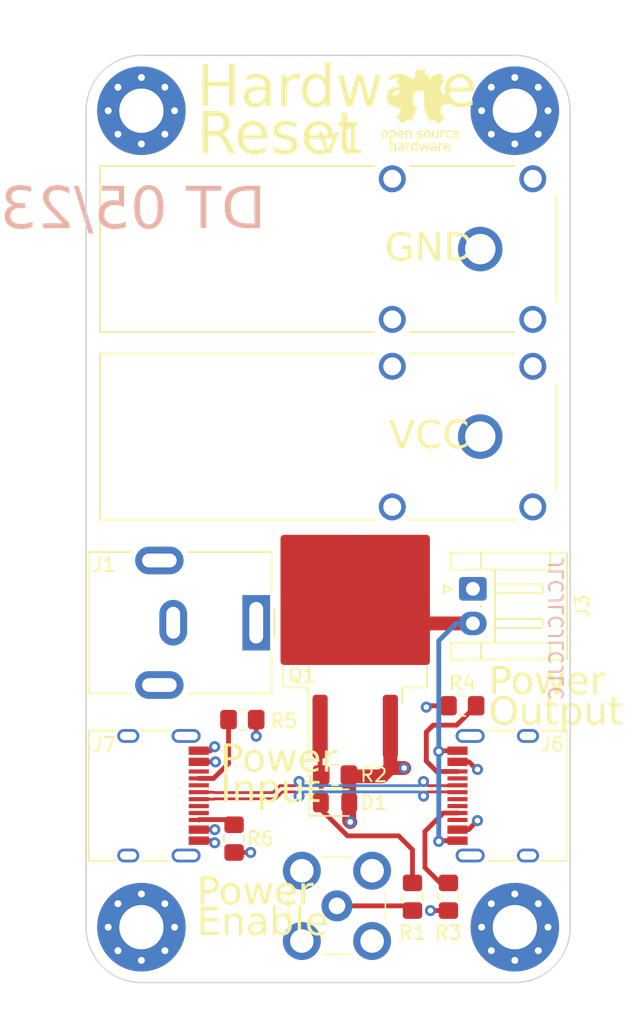
<source format=kicad_pcb>
(kicad_pcb (version 20240108) (generator "pcbnew") (generator_version "8.0")
  (layers (0 "F.Cu" signal) (1 "In1.Cu" power) (2 "In2.Cu" power) (31 "B.Cu" signal) (34 "B.Paste" user) (35 "F.Paste" user) (36 "B.SilkS" user "B.Silkscreen") (37 "F.SilkS" user "F.Silkscreen") (38 "B.Mask" user) (39 "F.Mask" user) (44 "Edge.Cuts" user))
  (net 0 "")
  (net 1 "Net-(D1-K)")
  (net 2 "TGT_GND")
  (net 3 "GND")
  (net 4 "VCC")
  (net 5 "MOSFET_EN")
  (net 6 "Net-(J6-CC1)")
  (net 7 "D+")
  (net 8 "D-")
  (net 10 "Net-(J6-CC2)")
  (net 12 "unconnected-(J6-SHIELD-PadS1)")
  (net 13 "Net-(J7-CC1)")
  (net 15 "Net-(J7-CC2)")
  (net 17 "unconnected-(J7-SHIELD-PadS1)")
  (footprint "Connector_USB:USB_C_Receptacle_HRO_TYPE-C-31-M-12" (layer "F.Cu") (at 34.1 73.5 -90)
    (property "Reference" "J7")
    (property "Value" "USB_C_Receptacle_USB2.0")
  )
  (footprint "Diode_SMD:D_0805_2012Metric_Pad1.15x1.40mm_HandSolder" (layer "F.Cu") (at 48 74)
    (property "Reference" "D1")
    (property "Value" "D_Zener")
  )
  (footprint "Resistor_SMD:R_0805_2012Metric_Pad1.20x1.40mm_HandSolder" (layer "F.Cu") (at 56.2 80.8 90)
    (property "Reference" "R3")
    (property "Value" "5.1k")
  )
  (footprint "MountingHole:MountingHole_3.2mm_M3_Pad_Via" (layer "F.Cu") (at 61 24)
    (property "Reference" "H2" (hide yes))
    (property "Value" "H2" (hide yes))
  )
  (footprint "Package_TO_SOT_SMD:TO-263-2" (layer "F.Cu") (at 49.46 60.85 90)
    (property "Reference" "Q1")
    (property "Value" "IRLZ44N")
  )
  (footprint "Connector_JST:JST_EH_S2B-EH_1x02_P2.50mm_Horizontal" (layer "F.Cu") (at 57.9675 58.55 -90)
    (property "Reference" "J3")
    (property "Value" "Conn_01x02")
  )
  (footprint "MountingHole:MountingHole_3.2mm_M3_Pad_Via" (layer "F.Cu") (at 34 24)
    (property "Reference" "H1" (hide yes))
    (property "Value" "H1" (hide yes))
  )
  (footprint "MountingHole:MountingHole_3.2mm_M3_Pad_Via" (layer "F.Cu") (at 61 83)
    (property "Reference" "H4" (hide yes))
    (property "Value" "H4" (hide yes))
  )
  (footprint "Connector_Coaxial:SMB_Jack_Vertical" (layer "F.Cu") (at 48.14 81.46)
    (property "Reference" "J5" (hide yes))
    (property "Value" "Conn_Coaxial")
  )
  (footprint "Connector_USB:USB_C_Receptacle_HRO_TYPE-C-31-M-12" (layer "F.Cu") (at 60.9 73.5 90)
    (property "Reference" "J6")
    (property "Value" "USB_C_Receptacle_USB2.0")
  )
  (footprint "Resistor_SMD:R_0805_2012Metric_Pad1.20x1.40mm_HandSolder" (layer "F.Cu") (at 53.6 80.8 -90)
    (property "Reference" "R1")
    (property "Value" "200O")
  )
  (footprint "Connector_BarrelJack:BarrelJack_CUI_PJ-063AH_Horizontal" (layer "F.Cu") (at 42.3 61 -90)
    (property "Reference" "J1")
    (property "Value" "Barrel Jack")
  )
  (footprint "Pomona:POMONA_73099-0" (layer "F.Cu") (at 58.5 47.55 180)
    (property "Reference" "J2" (hide yes))
    (property "Value" "VCC")
  )
  (footprint "Pomona:POMONA_73099-0" (layer "F.Cu") (at 58.5 34 180)
    (property "Reference" "J4" (hide yes))
    (property "Value" "GND")
  )
  (footprint "MountingHole:MountingHole_3.2mm_M3_Pad_Via" (layer "F.Cu") (at 34 83)
    (property "Reference" "H3" (hide yes))
    (property "Value" "H3" (hide yes))
  )
  (footprint "Resistor_SMD:R_0805_2012Metric_Pad1.20x1.40mm_HandSolder" (layer "F.Cu") (at 48 72)
    (property "Reference" "R2")
    (property "Value" "10K")
  )
  (footprint "Resistor_SMD:R_0805_2012Metric_Pad1.20x1.40mm_HandSolder" (layer "F.Cu") (at 40.7 76.6 90)
    (property "Reference" "R6")
    (property "Value" "5.1k")
  )
  (footprint "Resistor_SMD:R_0805_2012Metric_Pad1.20x1.40mm_HandSolder" (layer "F.Cu") (at 57.2 67)
    (property "Reference" "R4")
    (property "Value" "5.1k")
  )
  (footprint "Resistor_SMD:R_0805_2012Metric_Pad1.20x1.40mm_HandSolder" (layer "F.Cu") (at 41.3 68 180)
    (property "Reference" "R5")
    (property "Value" "5.1k")
  )
  (gr_poly (pts (xy 52.729751 25.400747) (xy 52.744988 25.401531) (xy 52.760225 25.402738) (xy 52.774489 25.404309) (xy 52.786809 25.406184) (xy 52.791935 25.407217) (xy 52.796211 25.408304) (xy 52.808513 25.41211) (xy 52.820437 25.416431) (xy 52.831974 25.421262) (xy 52.843118 25.426596) (xy 52.853859 25.432425) (xy 52.864191 25.438744) (xy 52.874105 25.445546) (xy 52.883594 25.452825) (xy 52.89265 25.460573) (xy 52.901265 25.468783) (xy 52.90943 25.477451) (xy 52.917139 25.486568) (xy 52.924383 25.496128) (xy 52.931155 25.506125) (xy 52.937446 25.516552) (xy 52.943249 25.527402) (xy 52.951024 25.543518) (xy 52.954274 25.550858) (xy 52.957135 25.557908) (xy 52.959634 25.564809) (xy 52.961798 25.571703) (xy 52.963653 25.578731) (xy 52.965227 25.586033) (xy 52.966546 25.593753) (xy 52.967638 25.602031) (xy 52.968528 25.611008) (xy 52.969244 25.620826) (xy 52.970263 25.643551) (xy 52.970907 25.671335) (xy 52.972318 25.741326) (xy 52.604865 25.741326) (xy 52.604865 25.751204) (xy 52.604965 25.754684) (xy 52.605257 25.758527) (xy 52.605726 25.762678) (xy 52.60636 25.767083) (xy 52.607144 25.771689) (xy 52.608064 25.77644) (xy 52.610262 25.786164) (xy 52.612844 25.795822) (xy 52.614244 25.800491) (xy 52.615699 25.804981) (xy 52.617196 25.809237) (xy 52.618721 25.813206) (xy 52.620259 25.816834) (xy 52.621798 25.820066) (xy 52.625887 25.827615) (xy 52.63033 25.834706) (xy 52.635134 25.841347) (xy 52.64031 25.847543) (xy 52.645866 25.853302) (xy 52.651812 25.858628) (xy 52.658156 25.863528) (xy 52.664907 25.868009) (xy 52.672076 25.872076) (xy 52.67967 25.875737) (xy 52.687699 25.878996) (xy 52.696172 25.88186) (xy 52.705099 25.884336) (xy 52.714487 25.886429) (xy 52.724347 25.888146) (xy 52.734687 25.889493) (xy 52.741808 25.889979) (xy 52.749273 25.889967) (xy 52.757027 25.889474) (xy 52.765017 25.888518) (xy 52.773189 25.887118) (xy 52.781488 25.885291) (xy 52.789863 25.883055) (xy 52.798257 25.880427) (xy 52.806619 25.877425) (xy 52.814894 25.874067) (xy 52.823029 25.870371) (xy 52.830969 25.866355) (xy 52.838661 25.862036) (xy 52.846051 25.857433) (xy 52.853086 25.852562) (xy 52.859711 25.847442) (xy 52.87608 25.834178) (xy 52.894989 25.850264) (xy 52.935911 25.884695) (xy 52.940248 25.888451) (xy 52.944307 25.892042) (xy 52.947996 25.895381) (xy 52.951222 25.898383) (xy 52.953892 25.900961) (xy 52.95499 25.902065) (xy 52.955914 25.903031) (xy 52.956653 25.903847) (xy 52.957195 25.904505) (xy 52.957529 25.904991) (xy 52.957614 25.905168) (xy 52.957642 25.905297) (xy 52.957525 25.905616) (xy 52.957182 25.906141) (xy 52.955861 25.907758) (xy 52.953773 25.91005) (xy 52.95101 25.912917) (xy 52.947666 25.916261) (xy 52.943831 25.919982) (xy 52.9396 25.92398) (xy 52.935065 25.928158) (xy 52.924889 25.937163) (xy 52.914365 25.945552) (xy 52.903496 25.953322) (xy 52.892286 25.960472) (xy 52.880737 25.967) (xy 52.868851 25.972905) (xy 52.856632 25.978185) (xy 52.844083 25.982838) (xy 52.831207 25.986863) (xy 52.818006 25.990257) (xy 52.804483 25.99302) (xy 52.790642 25.99515) (xy 52.776485 25.996644) (xy 52.762014 25.997502) (xy 52.747234 25.997722) (xy 52.732147 25.997302) (xy 52.714346 25.99602) (xy 52.70567 25.995054) (xy 52.697146 25.993872) (xy 52.688775 25.992476) (xy 52.680559 25.990866) (xy 52.6725 25.989044) (xy 52.664599 25.98701) (xy 52.656857 25.984764) (xy 52.649276 25.982309) (xy 52.641859 25.979646) (xy 52.634605 25.976773) (xy 52.627517 25.973694) (xy 52.620596 25.970409) (xy 52.613845 25.966918) (xy 52.607264 25.963224) (xy 52.600854 25.959325) (xy 52.594619 25.955224) (xy 52.588558 25.950922) (xy 52.582674 25.946419) (xy 52.576968 25.941717) (xy 52.571442 25.936815) (xy 52.566097 25.931716) (xy 52.560935 25.92642) (xy 52.555957 25.920928) (xy 52.551166 25.915241) (xy 52.546561 25.90936) (xy 52.542146 25.903285) (xy 52.537922 25.897019) (xy 52.533889 25.890561) (xy 52.53005 25.883913) (xy 52.526407 25.877075) (xy 52.522166 25.86855) (xy 52.518222 25.859993) (xy 52.514568 25.851371) (xy 52.511198 25.842653) (xy 52.508103 25.833805) (xy 52.505278 25.824797) (xy 52.502715 25.815595) (xy 52.500407 25.806167) (xy 52.498347 25.796481) (xy 52.496528 25.786505) (xy 52.494943 25.776206) (xy 52.493585 25.765553) (xy 52.492447 25.754513) (xy 52.491522 25.743054) (xy 52.490282 25.718748) (xy 52.489921 25.696557) (xy 52.490417 25.674979) (xy 52.491765 25.654037) (xy 52.492396 25.648193) (xy 52.6043 25.648193) (xy 52.856607 25.648193) (xy 52.854914 25.631824) (xy 52.85415 25.626105) (xy 52.853237 25.620484) (xy 52.852175 25.614966) (xy 52.850969 25.609553) (xy 52.849619 25.604248) (xy 52.848128 25.599055) (xy 52.846498 25.593976) (xy 52.844732 25.589015) (xy 52.842831 25.584174) (xy 52.840798 25.579457) (xy 52.838635 25.574868) (xy 52.836345 25.570408) (xy 52.833929 25.566081) (xy 52.83139 25.561891) (xy 52.82873 25.55784) (xy 52.825951 25.553931) (xy 52.823055 25.550168) (xy 52.820045 25.546553) (xy 52.816923 25.54309) (xy 52.813691 25.539782) (xy 52.810351 25.536632) (xy 52.806906 25.533643) (xy 52.803358 25.530818) (xy 52.799708 25.52816) (xy 52.79596 25.525673) (xy 52.792115 25.523359) (xy 52.788176 25.521222) (xy 52.784145 25.519264) (xy 52.780023 25.517489) (xy 52.775815 25.5159) (xy 52.77152 25.514499) (xy 52.767142 25.513291) (xy 52.758546 25.511369) (xy 52.750019 25.509939) (xy 52.741577 25.509) (xy 52.733236 25.508546) (xy 52.725013 25.508575) (xy 52.716923 25.509084) (xy 52.708983 25.510069) (xy 52.701208 25.511527) (xy 52.693616 25.513454) (xy 52.686221 25.515848) (xy 52.679041 25.518705) (xy 52.672091 25.522022) (xy 52.665387 25.525795) (xy 52.658946 25.530021) (xy 52.652784 25.534697) (xy 52.646916 25.53982) (xy 52.642553 25.544114) (xy 52.638456 25.548537) (xy 52.63462 25.553096) (xy 52.631041 25.557802) (xy 52.627713 25.562664) (xy 52.624631 25.56769) (xy 52.621791 25.57289) (xy 52.619187 25.578272) (xy 52.616815 25.583847) (xy 52.61467 25.589622) (xy 52.612746 25.595607) (xy 52.611038 25.601812) (xy 52.609543 25.608244) (xy 52.608254 25.614914) (xy 52.607166 25.62183) (xy 52.606276 25.629002) (xy 52.6043 25.648193) (xy 52.492396 25.648193) (xy 52.493956 25.633755) (xy 52.496981 25.614159) (xy 52.500834 25.595271) (xy 52.505507 25.577115) (xy 52.51099 25.559716) (xy 52.517278 25.543098) (xy 52.524361 25.527284) (xy 52.532233 25.512298) (xy 52.540884 25.498165) (xy 52.550308 25.484909) (xy 52.560496 25.472553) (xy 52.565874 25.46672) (xy 52.57144 25.461121) (xy 52.577194 25.455759) (xy 52.583134 25.450638) (xy 52.588522 25.446387) (xy 52.594289 25.442219) (xy 52.600397 25.438149) (xy 52.606809 25.434194) (xy 52.613488 25.430369) (xy 52.620395 25.426691) (xy 52.627493 25.423176) (xy 52.634745 25.41984) (xy 52.642112 25.416699) (xy 52.649558 25.413769) (xy 52.657044 25.411067) (xy 52.664533 25.408608) (xy 52.671987 25.406409) (xy 52.679369 25.404486) (xy 52.68664 25.402854) (xy 52.693765 25.401531) (xy 52.698041 25.40103) (xy 52.703167 25.400687) (xy 52.715487 25.400446)) (fill solid) (layer "F.SilkS"))
  (gr_poly (pts (xy 53.351754 25.399972) (xy 53.360196 25.400486) (xy 53.368593 25.401354) (xy 53.376942 25.402576) (xy 53.385234 25.404152) (xy 53.393464 25.40608) (xy 53.401627 25.408361) (xy 53.409714 25.410995) (xy 53.417722 25.41398) (xy 53.425642 25.417317) (xy 53.433469 25.421004) (xy 53.443556 25.426324) (xy 53.453272 25.432213) (xy 53.462596 25.438642) (xy 53.471507 25.445584) (xy 53.479985 25.453013) (xy 53.48801 25.4609) (xy 53.495559 25.469219) (xy 53.502614 25.477942) (xy 53.509152 25.487043) (xy 53.515154 25.496493) (xy 53.520598 25.506266) (xy 53.525465 25.516334) (xy 53.529733 25.526669) (xy 53.533381 25.537246) (xy 53.53639 25.548035) (xy 53.538738 25.559011) (xy 53.539439 25.566211) (xy 53.540057 25.579516) (xy 53.541031 25.624204) (xy 53.541635 25.692599) (xy 53.541842 25.784224) (xy 53.541842 25.992504) (xy 53.426414 25.992504) (xy 53.425567 25.798335) (xy 53.42472 25.604449) (xy 53.418229 25.588079) (xy 53.415764 25.582439) (xy 53.41303 25.576954) (xy 53.410037 25.571636) (xy 53.406795 25.566494) (xy 53.403313 25.561539) (xy 53.399601 25.556781) (xy 53.395668 25.552231) (xy 53.391524 25.547899) (xy 53.387178 25.543794) (xy 53.38264 25.539929) (xy 53.377919 25.536312) (xy 53.373025 25.532954) (xy 53.367967 25.529866) (xy 53.362755 25.527058) (xy 53.357399 25.52454) (xy 53.351907 25.522322) (xy 53.347775 25.520983) (xy 53.34315 25.519822) (xy 53.338104 25.518839) (xy 53.332707 25.518036) (xy 53.327029 25.517411) (xy 53.321139 25.516964) (xy 53.315109 25.516696) (xy 53.309009 25.516607) (xy 53.302909 25.516696) (xy 53.296879 25.516964) (xy 53.29099 25.517411) (xy 53.285311 25.518036) (xy 53.279914 25.518839) (xy 53.274868 25.519822) (xy 53.270244 25.520983) (xy 53.266111 25.522322) (xy 53.26062 25.52454) (xy 53.255263 25.527058) (xy 53.250051 25.529866) (xy 53.244993 25.532954) (xy 53.240099 25.536312) (xy 53.235378 25.539929) (xy 53.23084 25.543794) (xy 53.226494 25.547899) (xy 53.22235 25.552231) (xy 53.218417 25.556781) (xy 53.214705 25.561539) (xy 53.211224 25.566494) (xy 53.207981 25.571636) (xy 53.204989 25.576954) (xy 53.202255 25.582439) (xy 53.199789 25.588079) (xy 53.193298 25.604449) (xy 53.192451 25.798335) (xy 53.191605 25.992504) (xy 53.076176 25.992504) (xy 53.076176 25.405482) (xy 53.191887 25.405482) (xy 53.191887 25.47124) (xy 53.212771 25.451202) (xy 53.217456 25.446937) (xy 53.222296 25.442822) (xy 53.22728 25.438865) (xy 53.232399 25.435071) (xy 53.237642 25.431446) (xy 53.242998 25.427995) (xy 53.248458 25.424724) (xy 53.254011 25.421639) (xy 53.259647 25.418746) (xy 53.265355 25.416051) (xy 53.271124 25.413559) (xy 53.276946 25.411276) (xy 53.282809 25.409208) (xy 53.288703 25.407361) (xy 53.294618 25.405741) (xy 53.300543 25.404353) (xy 53.309114 25.402732) (xy 53.317679 25.401468) (xy 53.326232 25.400561) (xy 53.334766 25.400009) (xy 53.343276 25.399813)) (fill solid) (layer "F.SilkS"))
  (gr_poly (pts (xy 55.892269 25.400092) (xy 55.899772 25.400364) (xy 55.907288 25.400896) (xy 55.914791 25.401686) (xy 55.922255 25.402731) (xy 55.929652 25.40403) (xy 55.936957 25.405579) (xy 55.944142 25.407376) (xy 55.951183 25.409419) (xy 55.958051 25.411704) (xy 55.96472 25.414231) (xy 55.969141 25.416121) (xy 55.973587 25.418171) (xy 55.97801 25.42035) (xy 55.982364 25.422627) (xy 55.9866 25.42497) (xy 55.990671 25.427348) (xy 55.99453 25.429728) (xy 55.998129 25.432081) (xy 56.00142 25.434375) (xy 56.004356 25.436577) (xy 56.006889 25.438657) (xy 56.008972 25.440583) (xy 56.00983 25.441479) (xy 56.010558 25.442324) (xy 56.011149 25.443115) (xy 56.011598 25.443848) (xy 56.011898 25.444519) (xy 56.012045 25.445125) (xy 56.012031 25.44566) (xy 56.011852 25.446121) (xy 56.010637 25.447794) (xy 56.007953 25.451193) (xy 55.998869 25.46235) (xy 55.970647 25.496357) (xy 55.931418 25.542924) (xy 55.915613 25.533329) (xy 55.9098 25.530005) (xy 55.903902 25.527019) (xy 55.897925 25.524371) (xy 55.891876 25.522062) (xy 55.885763 25.520092) (xy 55.879592 25.518461) (xy 55.873371 25.51717) (xy 55.867107 25.516219) (xy 55.860806 25.515609) (xy 55.854476 25.51534) (xy 55.848123 25.515412) (xy 55.841755 25.515826) (xy 55.835379 25.516583) (xy 55.829002 25.517682) (xy 55.82263 25.519125) (xy 55.816272 25.520911) (xy 55.809985 25.523064) (xy 55.803932 25.525499) (xy 55.798116 25.528216) (xy 55.792539 25.531212) (xy 55.787203 25.534486) (xy 55.782111 25.538036) (xy 55.777265 25.541861) (xy 55.772668 25.545958) (xy 55.768323 25.550327) (xy 55.764231 25.554965) (xy 55.760396 25.559871) (xy 55.75682 25.565043) (xy 55.753505 25.57048) (xy 55.750453 25.57618) (xy 55.747668 25.582141) (xy 55.745152 25.588362) (xy 55.7431 25.594097) (xy 55.741549 25.601009) (xy 55.740414 25.61144) (xy 55.739613 25.627732) (xy 55.738682 25.687263) (xy 55.738096 25.798335) (xy 55.737249 25.992504) (xy 55.62182 25.992504) (xy 55.62182 25.405482) (xy 55.737531 25.405482) (xy 55.737531 25.47124) (xy 55.755312 25.454306) (xy 55.760726 25.449231) (xy 55.766086 25.444473) (xy 55.771415 25.440021) (xy 55.776738 25.43586) (xy 55.782079 25.43198) (xy 55.787463 25.428365) (xy 55.792914 25.425005) (xy 55.798456 25.421886) (xy 55.804114 25.418995) (xy 55.809912 25.416319) (xy 55.815875 25.413846) (xy 55.822026 25.411563) (xy 55.828391 25.409456) (xy 55.834993 25.407514) (xy 55.841858 25.405723) (xy 55.849009 25.404071) (xy 55.855877 25.402727) (xy 55.862917 25.40166) (xy 55.870103 25.400865) (xy 55.877408 25.40034) (xy 55.884805 25.400083)) (fill solid) (layer "F.SilkS"))
  (gr_poly (pts (xy 56.277881 25.401001) (xy 56.29457 25.401929) (xy 56.302658 25.402627) (xy 56.310456 25.403475) (xy 56.317875 25.404471) (xy 56.324826 25.40561) (xy 56.331222 25.406889) (xy 56.336971 25.408304) (xy 56.345514 25.410772) (xy 56.354087 25.413617) (xy 56.362668 25.416823) (xy 56.371235 25.420378) (xy 56.379766 25.424267) (xy 56.388238 25.428475) (xy 56.396629 25.43299) (xy 56.404916 25.437796) (xy 56.413078 25.442881) (xy 56.421092 25.448229) (xy 56.428936 25.453826) (xy 56.436587 25.45966) (xy 56.444023 25.465715) (xy 56.451222 25.471977) (xy 56.458161 25.478433) (xy 56.464818 25.485068) (xy 56.479212 25.500026) (xy 56.43716 25.537562) (xy 56.394827 25.57538) (xy 56.376765 25.558446) (xy 56.372849 25.554886) (xy 56.368738 25.55141) (xy 56.364451 25.548031) (xy 56.360012 25.544758) (xy 56.355443 25.541605) (xy 56.350765 25.538583) (xy 56.346 25.535702) (xy 56.34117 25.532976) (xy 56.336297 25.530414) (xy 56.331403 25.52803) (xy 56.326509 25.525834) (xy 56.321639 25.523839) (xy 56.316813 25.522055) (xy 56.312054 25.520494) (xy 56.307383 25.519168) (xy 56.302822 25.518089) (xy 56.298846 25.51742) (xy 56.294371 25.516894) (xy 56.28947 25.516506) (xy 56.284214 25.516254) (xy 56.278672 25.516135) (xy 56.272918 25.516144) (xy 56.261054 25.516536) (xy 56.249189 25.517405) (xy 56.243435 25.51801) (xy 56.237894 25.518724) (xy 56.232637 25.519543) (xy 56.227736 25.520466) (xy 56.223262 25.521487) (xy 56.219285 25.522604) (xy 56.210795 25.525485) (xy 56.20268 25.528836) (xy 56.194941 25.532659) (xy 56.187574 25.536953) (xy 56.18058 25.541721) (xy 56.173957 25.546962) (xy 56.167703 25.552678) (xy 56.161817 25.55887) (xy 56.156299 25.565537) (xy 56.151146 25.572682) (xy 56.146358 25.580305) (xy 56.141934 25.588406) (xy 56.137871 25.596987) (xy 56.13417 25.606048) (xy 56.130828 25.615591) (xy 56.127845 25.625615) (xy 56.126411 25.631179) (xy 56.125265 25.637103) (xy 56.124377 25.643748) (xy 56.123717 25.651474) (xy 56.123256 25.660642) (xy 56.122963 25.671613) (xy 56.122809 25.684747) (xy 56.122765 25.700404) (xy 56.122801 25.717699) (xy 56.122946 25.731501) (xy 56.123077 25.7373) (xy 56.123256 25.742473) (xy 56.123491 25.747104) (xy 56.123788 25.751275) (xy 56.124155 25.755069) (xy 56.124598 25.758568) (xy 56.125124 25.761856) (xy 56.125741 25.765015) (xy 56.126456 25.768128) (xy 56.127275 25.771277) (xy 56.128206 25.774546) (xy 56.129256 25.778015) (xy 56.131004 25.783426) (xy 56.132762 25.788557) (xy 56.134539 25.793428) (xy 56.136347 25.798058) (xy 56.138194 25.802464) (xy 56.14009 25.806665) (xy 56.142047 25.81068) (xy 56.144072 25.814528) (xy 56.146177 25.818227) (xy 56.148372 25.821796) (xy 56.150665 25.825253) (xy 56.153068 25.828617) (xy 56.15559 25.831907) (xy 56.158241 25.835141) (xy 56.16103 25.838337) (xy 56.163969 25.841515) (xy 56.16677 25.844426) (xy 56.169668 25.847231) (xy 56.172661 25.849931) (xy 56.175747 25.852526) (xy 56.178925 25.855018) (xy 56.182191 25.857405) (xy 56.185543 25.859689) (xy 56.188981 25.861871) (xy 56.192501 25.863949) (xy 56.196102 25.865926) (xy 56.199782 25.867801) (xy 56.203538 25.869574) (xy 56.207368 25.871247) (xy 56.211271 25.872819) (xy 56.215244 25.874291) (xy 56.219285 25.875664) (xy 56.223169 25.876732) (xy 56.227574 25.877709) (xy 56.232428 25.878594) (xy 56.237656 25.879381) (xy 56.243185 25.880068) (xy 56.248941 25.88065) (xy 56.260842 25.881485) (xy 56.272769 25.881857) (xy 56.278559 25.88186) (xy 56.284134 25.881736) (xy 56.289422 25.881482) (xy 56.294348 25.881093) (xy 56.29884 25.880566) (xy 56.302822 25.879897) (xy 56.307383 25.878818) (xy 56.312054 25.877492) (xy 56.316813 25.875931) (xy 56.321639 25.874147) (xy 56.326509 25.872152) (xy 56.331403 25.869956) (xy 56.336297 25.867572) (xy 56.34117 25.86501) (xy 56.346 25.862284) (xy 56.350765 25.859403) (xy 56.355443 25.856381) (xy 56.360012 25.853228) (xy 56.364451 25.849955) (xy 56.368738 25.846576) (xy 56.372849 25.8431) (xy 56.376765 25.83954) (xy 56.394827 25.822606) (xy 56.43716 25.860424) (xy 56.479212 25.89796) (xy 56.464536 25.912918) (xy 56.456511 25.920944) (xy 56.448212 25.928614) (xy 56.439651 25.935922) (xy 56.430837 25.942864) (xy 56.421782 25.949434) (xy 56.412496 25.955626) (xy 56.40299 25.961436) (xy 56.393275 25.966857) (xy 56.383361 25.971885) (xy 56.37326 25.976514) (xy 56.362982 25.980739) (xy 56.352538 25.984553) (xy 56.341938 25.987953) (xy 56.331194 25.990933) (xy 56.320315 25.993486) (xy 56.309314 25.995609) (xy 56.303973 25.99637) (xy 56.298057 25.996963) (xy 56.291647 25.997393) (xy 56.284822 25.997663) (xy 56.270251 25.997742) (xy 56.254986 25.997231) (xy 56.239668 25.996165) (xy 56.224938 25.994577) (xy 56.217995 25.993597) (xy 56.211439 25.992499) (xy 56.205351 25.991286) (xy 56.199812 25.989964) (xy 56.190451 25.987443) (xy 56.181598 25.984836) (xy 56.173207 25.982118) (xy 56.16523 25.979262) (xy 56.157621 25.976242) (xy 56.150331 25.973032) (xy 56.143314 25.969607) (xy 56.136523 25.96594) (xy 56.129911 25.962005) (xy 56.12343 25.957776) (xy 56.117033 25.953227) (xy 56.110673 25.948332) (xy 56.104304 25.943065) (xy 56.097877 25.9374) (xy 56.091347 25.93131) (xy 56.084665 25.924771) (xy 56.074658 25.914242) (xy 56.065376 25.903378) (xy 56.056805 25.892149) (xy 56.048937 25.880524) (xy 56.04176 25.868472) (xy 56.035264 25.855963) (xy 56.029437 25.842966) (xy 56.024269 25.82945) (xy 56.01975 25.815386) (xy 56.015868 25.800742) (xy 56.012612 25.785488) (xy 56.009973 25.769593) (xy 56.007939 25.753026) (xy 56.006499 25.735758) (xy 56.005643 25.717757) (xy 56.005361 25.698993) (xy 56.005635 25.681337) (xy 56.006462 25.664243) (xy 56.007842 25.647703) (xy 56.009779 25.63171) (xy 56.012275 25.616255) (xy 56.015332 25.601332) (xy 56.018953 25.586933) (xy 56.02314 25.573051) (xy 56.027897 25.559679) (xy 56.033224 25.546808) (xy 56.039126 25.534432) (xy 56.045603 25.522543) (xy 56.05266 25.511133) (xy 56.060298 25.500195) (xy 56.068519 25.489722) (xy 56.077327 25.479706) (xy 56.084629 25.472141) (xy 56.092047 25.464997) (xy 56.099597 25.458264) (xy 56.107295 25.451934) (xy 56.11516 25.445997) (xy 56.123206 25.440445) (xy 56.13145 25.435269) (xy 56.13991 25.430458) (xy 56.148601 25.426005) (xy 56.15754 25.4219) (xy 56.166744 25.418134) (xy 56.176228 25.414698) (xy 56.186011 25.411583) (xy 56.196107 25.408779) (xy 56.206535 25.406278) (xy 56.217309 25.404071) (xy 56.223406 25.403055) (xy 56.230102 25.402227) (xy 56.237309 25.401583) (xy 56.244936 25.40112) (xy 56.252896 25.400835) (xy 56.261099 25.400722)) (fill solid) (layer "F.SilkS"))
  (gr_poly (pts (xy 55.753729 26.328904) (xy 55.764628 26.329769) (xy 55.775425 26.331163) (xy 55.786073 26.333076) (xy 55.796523 26.335498) (xy 55.806725 26.33842) (xy 55.816632 26.341832) (xy 55.826193 26.345723) (xy 55.835361 26.350084) (xy 55.844087 26.354904) (xy 55.852321 26.360174) (xy 55.860016 26.365884) (xy 55.867918 26.372375) (xy 55.826149 26.421764) (xy 55.784663 26.471435) (xy 55.768858 26.46184) (xy 55.764472 26.459259) (xy 55.760188 26.45691) (xy 55.755983 26.454785) (xy 55.751832 26.452879) (xy 55.747713 26.451185) (xy 55.743602 26.449695) (xy 55.739475 26.448404) (xy 55.735309 26.447305) (xy 55.73108 26.446391) (xy 55.726765 26.445656) (xy 55.722339 26.445092) (xy 55.71778 26.444694) (xy 55.713064 26.444455) (xy 55.708168 26.444368) (xy 55.703067 26.444427) (xy 55.697738 26.444624) (xy 55.694159 26.44485) (xy 55.690813 26.445107) (xy 55.687675 26.4454) (xy 55.684721 26.445735) (xy 55.681925 26.446116) (xy 55.679263 26.446549) (xy 55.676711 26.447038) (xy 55.674243 26.447587) (xy 55.671834 26.448204) (xy 55.669461 26.448891) (xy 55.667097 26.449654) (xy 55.664718 26.450498) (xy 55.662299 26.451428) (xy 55.659816 26.452449) (xy 55.654558 26.454785) (xy 55.648751 26.457737) (xy 55.643188 26.460981) (xy 55.637874 26.464512) (xy 55.632814 26.468322) (xy 55.628013 26.472407) (xy 55.623478 26.476761) (xy 55.619213 26.481378) (xy 55.615223 26.486252) (xy 55.611515 26.491377) (xy 55.608093 26.496748) (xy 55.604963 26.502359) (xy 55.602131 26.508204) (xy 55.599601 26.514276) (xy 55.597379 26.520572) (xy 55.59547 26.527084) (xy 55.59388 26.533806) (xy 55.59318 26.540195) (xy 55.592562 26.551789) (xy 55.591587 26.590886) (xy 55.590983 26.651678) (xy 55.590776 26.734748) (xy 55.590776 26.921015) (xy 55.475065 26.921015) (xy 55.475065 26.333993) (xy 55.590776 26.333993) (xy 55.590776 26.365037) (xy 55.590814 26.371233) (xy 55.590922 26.377032) (xy 55.591089 26.382302) (xy 55.591305 26.38691) (xy 55.591561 26.390724) (xy 55.591701 26.392292) (xy 55.591847 26.393612) (xy 55.591998 26.394668) (xy 55.592153 26.395442) (xy 55.59231 26.395919) (xy 55.59239 26.396041) (xy 55.592469 26.396082) (xy 55.592732 26.395984) (xy 55.593194 26.395698) (xy 55.594674 26.3946) (xy 55.596815 26.392867) (xy 55.599525 26.390579) (xy 55.602711 26.387814) (xy 55.60628 26.384652) (xy 55.610141 26.381173) (xy 55.6142 26.377455) (xy 55.618639 26.373491) (xy 55.623268 26.369647) (xy 55.628072 26.365932) (xy 55.633034 26.362352) (xy 55.638141 26.358916) (xy 55.643376 26.355632) (xy 55.648724 26.352508) (xy 55.65417 26.349551) (xy 55.659699 26.346769) (xy 55.665295 26.34417) (xy 55.670943 26.341763) (xy 55.676629 26.339554) (xy 55.682335 26.337552) (xy 55.688048 26.335764) (xy 55.693752 26.334199) (xy 55.699431 26.332864) (xy 55.710102 26.330934) (xy 55.720917 26.329583) (xy 55.731825 26.328801) (xy 55.742779 26.328578)) (fill solid) (layer "F.SilkS"))
  (gr_poly (pts (xy 54.27378 21.005643) (xy 54.31404 21.005686) (xy 54.348354 21.005787) (xy 54.363435 21.005868) (xy 54.377215 21.005972) (xy 54.389753 21.006102) (xy 54.401113 21.006263) (xy 54.411356 21.006455) (xy 54.420542 21.006684) (xy 54.428734 21.006951) (xy 54.435993 21.00726) (xy 54.442381 21.007614) (xy 54.447958 21.008015) (xy 54.452787 21.008467) (xy 54.45494 21.008713) (xy 54.456929 21.008972) (xy 54.458762 21.009246) (xy 54.460446 21.009534) (xy 54.461989 21.009838) (xy 54.463399 21.010156) (xy 54.464683 21.01049) (xy 54.465849 21.010841) (xy 54.466904 21.011207) (xy 54.467858 21.011591) (xy 54.468716 21.011991) (xy 54.469487 21.012409) (xy 54.470179 21.012845) (xy 54.470799 21.013299) (xy 54.471355 21.013772) (xy 54.471854 21.014264) (xy 54.472305 21.014776) (xy 54.472714 21.015307) (xy 54.47309 21.015858) (xy 54.47344 21.01643) (xy 54.474095 21.017637) (xy 54.475434 21.020313) (xy 54.480791 21.045025) (xy 54.493108 21.107731) (xy 54.531313 21.309026) (xy 54.568955 21.509404) (xy 54.580963 21.57144) (xy 54.584488 21.588799) (xy 54.586065 21.595482) (xy 54.589686 21.600536) (xy 54.592423 21.603129) (xy 54.596092 21.605911) (xy 54.607169 21.612483) (xy 54.6248 21.621129) (xy 54.650871 21.632725) (xy 54.687268 21.648147) (xy 54.798578 21.693977) (xy 54.881256 21.727443) (xy 54.915314 21.741022) (xy 54.94417 21.752362) (xy 54.967561 21.761361) (xy 54.985228 21.767915) (xy 54.996909 21.771923) (xy 55.000423 21.77294) (xy 55.002342 21.773282) (xy 55.00332 21.773269) (xy 55.004342 21.773231) (xy 55.006483 21.773083) (xy 55.008697 21.77285) (xy 55.010915 21.772541) (xy 55.013066 21.772166) (xy 55.015082 21.771734) (xy 55.016018 21.7715) (xy 55.016893 21.771256) (xy 55.0177 21.771003) (xy 55.018429 21.770742) (xy 55.021724 21.768948) (xy 55.028382 21.764802) (xy 55.050215 21.750528) (xy 55.080778 21.730062) (xy 55.116925 21.705549) (xy 55.191431 21.654255) (xy 55.242231 21.619471) (xy 55.333311 21.557026) (xy 55.369624 21.532164) (xy 55.40043 21.511128) (xy 55.426214 21.49361) (xy 55.44746 21.479299) (xy 55.456533 21.47325) (xy 55.464653 21.467887) (xy 55.47188 21.463171) (xy 55.478275 21.459063) (xy 55.483899 21.455524) (xy 55.488812 21.452517) (xy 55.493074 21.450002) (xy 55.496747 21.447941) (xy 55.49989 21.446294) (xy 55.502564 21.445024) (xy 55.503745 21.444518) (xy 55.50483 21.444091) (xy 55.505829 21.443739) (xy 55.506749 21.443457) (xy 55.507596 21.443239) (xy 55.508379 21.443082) (xy 55.509106 21.442981) (xy 55.509783 21.44293) (xy 55.510419 21.442924) (xy 55.511021 21.442959) (xy 55.512153 21.443133) (xy 55.516834 21.444493) (xy 55.52316 21.449377) (xy 55.537359 21.46232) (xy 55.584831 21.507843) (xy 55.724267 21.645647) (xy 55.862432 21.78525) (xy 55.908318 21.833021) (xy 55.921485 21.847426) (xy 55.92662 21.853997) (xy 55.926968 21.855055) (xy 55.927269 21.856112) (xy 55.927525 21.857165) (xy 55.927736 21.858213) (xy 55.927902 21.859255) (xy 55.928024 21.860288) (xy 55.928102 21.861311) (xy 55.928137 21.862323) (xy 55.928129 21.863321) (xy 55.928078 21.864305) (xy 55.927985 21.865272) (xy 55.927851 21.866221) (xy 55.927675 21.86715) (xy 55.927458 21.868058) (xy 55.9272 21.868942) (xy 55.926902 21.869802) (xy 55.913387 21.890827) (xy 55.878466 21.942756) (xy 55.765471 22.107997) (xy 55.7037 22.198392) (xy 55.652724 22.273838) (xy 55.617834 22.326477) (xy 55.608075 22.341788) (xy 55.605407 22.346262) (xy 55.604322 22.348451) (xy 55.604025 22.349627) (xy 55.603767 22.350828) (xy 55.603549 22.352049) (xy 55.60337 22.353288) (xy 55.603231 22.354542) (xy 55.603132 22.355808) (xy 55.603073 22.357083) (xy 55.603053 22.358364) (xy 55.603073 22.359648) (xy 55.603132 22.360933) (xy 55.603231 22.362215) (xy 55.60337 22.363492) (xy 55.603549 22.364761) (xy 55.603767 22.366019) (xy 55.604025 22.367262) (xy 55.604322 22.368489) (xy 55.631755 22.434846) (xy 55.689801 22.570842) (xy 55.748428 22.706626) (xy 55.777607 22.772349) (xy 55.779064 22.774541) (xy 55.780714 22.77658) (xy 55.782605 22.778483) (xy 55.784786 22.780268) (xy 55.787304 22.781955) (xy 55.790208 22.78356) (xy 55.793545 22.785103) (xy 55.797363 22.786601) (xy 55.80171 22.788072) (xy 55.806634 22.789535) (xy 55.812183 22.791009) (xy 55.818406 22.79251) (xy 55.833062 22.795669) (xy 55.850985 22.79916) (xy 56.123047 22.849678) (xy 56.209275 22.865848) (xy 56.28095 22.879558) (xy 56.330613 22.889405) (xy 56.344857 22.892441) (xy 56.3508 22.893986) (xy 56.351557 22.894346) (xy 56.35234 22.894786) (xy 56.353144 22.8953) (xy 56.353962 22.895882) (xy 56.354789 22.896528) (xy 56.355617 22.897231) (xy 56.356442 22.897985) (xy 56.357256 22.898784) (xy 56.358054 22.899623) (xy 56.358829 22.900496) (xy 56.359575 22.901397) (xy 56.360285 22.902321) (xy 56.360955 22.903261) (xy 56.361577 22.904211) (xy 56.362145 22.905167) (xy 56.362653 22.906122) (xy 56.364061 22.910352) (xy 56.365132 22.918795) (xy 56.366393 22.958404) (xy 56.366702 23.045107) (xy 56.366322 23.199068) (xy 56.365476 23.483549) (xy 56.358138 23.490604) (xy 56.354724 23.493169) (xy 56.34781 23.495935) (xy 56.334772 23.499449) (xy 56.312983 23.504257) (xy 56.232646 23.519933) (xy 56.085794 23.547331) (xy 55.982205 23.566566) (xy 55.895893 23.582891) (xy 55.835881 23.594559) (xy 55.818557 23.598101) (xy 55.811191 23.599824) (xy 55.810161 23.600243) (xy 55.809086 23.600753) (xy 55.807974 23.601348) (xy 55.806834 23.60202) (xy 55.805675 23.602761) (xy 55.804504 23.603565) (xy 55.80333 23.604422) (xy 55.80216 23.605327) (xy 55.801004 23.606272) (xy 55.799869 23.607249) (xy 55.798764 23.608251) (xy 55.797698 23.60927) (xy 55.796677 23.610299) (xy 55.795711 23.61133) (xy 55.794808 23.612357) (xy 55.793976 23.613371) (xy 55.790787 23.619414) (xy 55.784768 23.632716) (xy 55.765189 23.678811) (xy 55.737143 23.747078) (xy 55.702536 23.83294) (xy 55.673789 23.905096) (xy 55.662139 23.93451) (xy 55.652159 23.959922) (xy 55.643741 23.981663) (xy 55.640082 23.99126) (xy 55.636774 24.000064) (xy 55.633801 24.008115) (xy 55.63115 24.015455) (xy 55.628807 24.022125) (xy 55.626759 24.028167) (xy 55.624993 24.033622) (xy 55.623493 24.038531) (xy 55.622248 24.042935) (xy 55.621243 24.046877) (xy 55.620464 24.050397) (xy 55.619898 24.053537) (xy 55.619532 24.056338) (xy 55.619351 24.058841) (xy 55.619342 24.061087) (xy 55.619492 24.063119) (xy 55.619786 24.064977) (xy 55.620211 24.066703) (xy 55.620753 24.068338) (xy 55.6214 24.069923) (xy 55.622136 24.0715) (xy 55.622949 24.07311) (xy 55.669093 24.141514) (xy 55.774503 24.29522) (xy 55.831988 24.379031) (xy 55.87963 24.449031) (xy 55.912456 24.497864) (xy 55.921759 24.512045) (xy 55.925491 24.518175) (xy 55.925848 24.5191) (xy 55.926178 24.520069) (xy 55.92648 24.521075) (xy 55.926753 24.522109) (xy 55.926996 24.523162) (xy 55.927208 24.524228) (xy 55.927389 24.525296) (xy 55.927538 24.52636) (xy 55.927653 24.52741) (xy 55.927735 24.528439) (xy 55.927782 24.529438) (xy 55.927793 24.530399) (xy 55.927768 24.531314) (xy 55.927706 24.532174) (xy 55.927606 24.532971) (xy 55.927467 24.533697) (xy 55.922679 24.539785) (xy 55.909813 24.553796) (xy 55.864395 24.601034) (xy 55.72663 24.740496) (xy 55.586908 24.879217) (xy 55.539043 24.925529) (xy 55.517963 24.944331) (xy 55.516942 24.94474) (xy 55.515895 24.945122) (xy 55.514829 24.945474) (xy 55.513751 24.945795) (xy 55.512668 24.946082) (xy 55.511588 24.946335) (xy 55.510516 24.946551) (xy 55.509461 24.94673) (xy 55.508428 24.946868) (xy 55.507426 24.946965) (xy 55.506461 24.94702) (xy 55.50554 24.947029) (xy 55.504671 24.946993) (xy 55.50386 24.946908) (xy 55.503114 24.946774) (xy 55.502441 24.946588) (xy 55.482773 24.933977) (xy 55.43379 24.901151) (xy 55.277509 24.794753) (xy 55.058787 24.644893) (xy 55.043265 24.644893) (xy 55.037984 24.645112) (xy 55.035298 24.645484) (xy 55.032395 24.646119) (xy 55.029133 24.647081) (xy 55.025371 24.648435) (xy 55.015783 24.652584) (xy 55.002505 24.659087) (xy 54.984408 24.668467) (xy 54.929247 24.697951) (xy 54.909329 24.708565) (xy 54.890503 24.71846) (xy 54.873198 24.727424) (xy 54.857845 24.735239) (xy 54.844872 24.741693) (xy 54.834711 24.746568) (xy 54.827791 24.749651) (xy 54.825681 24.750453) (xy 54.824542 24.750726) (xy 54.823836 24.7507) (xy 54.823095 24.750624) (xy 54.822326 24.750501) (xy 54.821535 24.750334) (xy 54.820727 24.750125) (xy 54.819909 24.749878) (xy 54.819086 24.749595) (xy 54.818263 24.74928) (xy 54.817447 24.748935) (xy 54.816644 24.748563) (xy 54.815858 24.748167) (xy 54.815097 24.74775) (xy 54.814365 24.747315) (xy 54.813669 24.746864) (xy 54.813015 24.746401) (xy 54.812407 24.745929) (xy 54.747042 24.595165) (xy 54.611218 24.269432) (xy 54.476929 23.942693) (xy 54.416167 23.788913) (xy 54.416256 23.786637) (xy 54.416537 23.784455) (xy 54.417028 23.782345) (xy 54.41775 23.780287) (xy 54.418722 23.778263) (xy 54.419962 23.776253) (xy 54.421491 23.774235) (xy 54.423328 23.772191) (xy 54.425493 23.770101) (xy 54.428004 23.767945) (xy 54.430882 23.765702) (xy 54.434145 23.763354) (xy 54.437814 23.76088) (xy 54.441907 23.758261) (xy 54.446444 23.755476) (xy 54.451445 23.752506) (xy 54.459009 23.747931) (xy 54.467335 23.742625) (xy 54.485805 23.73018) (xy 54.505916 23.71589) (xy 54.526727 23.700472) (xy 54.547301 23.684643) (xy 54.566697 23.669123) (xy 54.583977 23.654627) (xy 54.5982 23.641875) (xy 54.616316 23.623854) (xy 54.633611 23.605154) (xy 54.650074 23.585798) (xy 54.665691 23.565807) (xy 54.68045 23.545205) (xy 54.694338 23.524013) (xy 54.707343 23.502254) (xy 54.71945 23.47995) (xy 54.730648 23.457124) (xy 54.740924 23.433797) (xy 54.750264 23.409992) (xy 54.758657 23.385732) (xy 54.766089 23.361039) (xy 54.772547 23.335934) (xy 54.778019 23.310441) (xy 54.782491 23.284582) (xy 54.783632 23.276184) (xy 54.784621 23.266848) (xy 54.786143 23.245895) (xy 54.787055 23.222793) (xy 54.78736 23.19861) (xy 54.787055 23.174413) (xy 54.786143 23.151272) (xy 54.784621 23.130253) (xy 54.783632 23.120874) (xy 54.782491 23.112426) (xy 54.778007 23.086475) (xy 54.772598 23.061009) (xy 54.766265 23.036033) (xy 54.75901 23.01155) (xy 54.750833 22.987562) (xy 54.741737 22.964074) (xy 54.731723 22.941089) (xy 54.72079 22.91861) (xy 54.708942 22.89664) (xy 54.696179 22.875183) (xy 54.682503 22.854242) (xy 54.667913 22.83382) (xy 54.652413 22.813921) (xy 54.636003 22.794547) (xy 54.618684 22.775703) (xy 54.600458 22.757391) (xy 54.582123 22.740359) (xy 54.563319 22.72419) (xy 54.544052 22.708888) (xy 54.524329 22.694455) (xy 54.504155 22.680896) (xy 54.483539 22.668213) (xy 54.462486 22.65641) (xy 54.441002 22.64549) (xy 54.419096 22.635456) (xy 54.396773 22.626312) (xy 54.37404 22.618061) (xy 54.350903 22.610706) (xy 54.327369 22.60425) (xy 54.303446 22.598698) (xy 54.279138 22.594052) (xy 54.254454 22.590315) (xy 54.237111 22.588556) (xy 54.217363 22.587299) (xy 54.196009 22.586545) (xy 54.173844 22.586294) (xy 54.151666 22.586545) (xy 54.130271 22.587299) (xy 54.110458 22.588556) (xy 54.093022 22.590315) (xy 54.055291 22.59646) (xy 54.018252 22.604902) (xy 53.981994 22.615578) (xy 53.946606 22.628424) (xy 53.91218 22.643377) (xy 53.878804 22.660374) (xy 53.846569 22.679349) (xy 53.815563 22.700241) (xy 53.785877 22.722984) (xy 53.7576 22.747516) (xy 53.730822 22.773773) (xy 53.705633 22.801691) (xy 53.682122 22.831206) (xy 53.66038 22.862255) (xy 53.640495 22.894774) (xy 53.622558 22.9287) (xy 53.612272 22.950577) (xy 53.602974 22.972488) (xy 53.594623 22.994571) (xy 53.587174 23.016965) (xy 53.580586 23.039808) (xy 53.574814 23.06324) (xy 53.569816 23.0874) (xy 53.565549 23.112426) (xy 53.564408 23.120921) (xy 53.563419 23.130334) (xy 53.561898 23.151391) (xy 53.560985 23.174537) (xy 53.560681 23.198716) (xy 53.560985 23.222868) (xy 53.561898 23.245935) (xy 53.563419 23.266859) (xy 53.564408 23.276187) (xy 53.565549 23.284582) (xy 53.56888 23.304321) (xy 53.572737 23.323751) (xy 53.577121 23.342878) (xy 53.582037 23.361712) (xy 53.587487 23.38026) (xy 53.593474 23.39853) (xy 53.600001 23.416529) (xy 53.607071 23.434265) (xy 53.614687 23.451747) (xy 53.622851 23.468983) (xy 53.631566 23.485979) (xy 53.640836 23.502744) (xy 53.650664 23.519286) (xy 53.661051 23.535612) (xy 53.672002 23.551731) (xy 53.683518 23.56765) (xy 53.688743 23.574463) (xy 53.694629 23.581725) (xy 53.701096 23.589356) (xy 53.708063 23.597275) (xy 53.723176 23.613658) (xy 53.739328 23.630233) (xy 53.755876 23.646359) (xy 53.77218 23.661393) (xy 53.78004 23.6683) (xy 53.787597 23.674693) (xy 53.794773 23.680494) (xy 53.801487 23.68562) (xy 53.827063 23.704599) (xy 53.851158 23.722308) (xy 53.856247 23.725979) (xy 53.861869 23.729924) (xy 53.867842 23.734021) (xy 53.873983 23.738148) (xy 53.880111 23.742183) (xy 53.886043 23.746002) (xy 53.891599 23.749484) (xy 53.896596 23.752506) (xy 53.90155 23.755476) (xy 53.906052 23.758261) (xy 53.910122 23.76088) (xy 53.913776 23.763354) (xy 53.917034 23.765702) (xy 53.919912 23.767945) (xy 53.921215 23.769032) (xy 53.92243 23.770101) (xy 53.92356 23.771153) (xy 53.924606 23.772191) (xy 53.925572 23.773218) (xy 53.926458 23.774235) (xy 53.927268 23.775246) (xy 53.928004 23.776253) (xy 53.928668 23.777258) (xy 53.929262 23.778263) (xy 53.929789 23.779272) (xy 53.930251 23.780287) (xy 53.93065 23.781311) (xy 53.930988 23.782345) (xy 53.931268 23.783392) (xy 53.931492 23.784455) (xy 53.931663 23.785536) (xy 53.931781 23.786637) (xy 53.931851 23.787762) (xy 53.931874 23.788913) (xy 53.871231 23.942689) (xy 53.736929 24.269396) (xy 53.601039 24.595046) (xy 53.535633 24.745646) (xy 53.535026 24.746168) (xy 53.534371 24.746675) (xy 53.533675 24.747163) (xy 53.532944 24.747631) (xy 53.532182 24.748075) (xy 53.531397 24.748494) (xy 53.530593 24.748885) (xy 53.529777 24.749245) (xy 53.528955 24.749572) (xy 53.528132 24.749863) (xy 53.527313 24.750117) (xy 53.526505 24.750329) (xy 53.525714 24.750499) (xy 53.524945 24.750624) (xy 53.524205 24.7507) (xy 53.523498 24.750726) (xy 53.520249 24.749651) (xy 53.513329 24.746568) (xy 53.490196 24.735239) (xy 53.457537 24.71846) (xy 53.418794 24.697951) (xy 53.387676 24.681248) (xy 53.37484 24.6744) (xy 53.363632 24.668467) (xy 53.353911 24.663385) (xy 53.345535 24.659087) (xy 53.338364 24.655508) (xy 53.332257 24.652584) (xy 53.327073 24.650248) (xy 53.324782 24.64928) (xy 53.32267 24.648435) (xy 53.320718 24.647705) (xy 53.318908 24.647081) (xy 53.317223 24.646555) (xy 53.315646 24.646119) (xy 53.314158 24.645765) (xy 53.312742 24.645484) (xy 53.311381 24.64527) (xy 53.310057 24.645112) (xy 53.307448 24.644937) (xy 53.304776 24.644893) (xy 53.289254 24.644893) (xy 53.204587 24.703031) (xy 53.03506 24.819187) (xy 52.92554 24.893778) (xy 52.890041 24.917677) (xy 52.865656 24.933814) (xy 52.851086 24.943065) (xy 52.847077 24.945382) (xy 52.845036 24.946306) (xy 52.84431 24.946445) (xy 52.843512 24.946545) (xy 52.842652 24.946606) (xy 52.841737 24.946628) (xy 52.840776 24.946613) (xy 52.839777 24.946559) (xy 52.838748 24.946469) (xy 52.837698 24.946342) (xy 52.836634 24.946178) (xy 52.835566 24.945978) (xy 52.834501 24.945743) (xy 52.833447 24.945473) (xy 52.832413 24.945168) (xy 52.831408 24.944829) (xy 52.830438 24.944455) (xy 52.829514 24.944049) (xy 52.80862 24.925317) (xy 52.760894 24.879018) (xy 52.621339 24.740249) (xy 52.483637 24.600791) (xy 52.438226 24.553633) (xy 52.420574 24.533697) (xy 52.420435 24.532971) (xy 52.420334 24.532174) (xy 52.420272 24.531314) (xy 52.420247 24.530399) (xy 52.420259 24.529438) (xy 52.420306 24.528439) (xy 52.420387 24.52741) (xy 52.420503 24.52636) (xy 52.420652 24.525296) (xy 52.420833 24.524228) (xy 52.421045 24.523162) (xy 52.421288 24.522109) (xy 52.421561 24.521075) (xy 52.421862 24.520069) (xy 52.422192 24.5191) (xy 52.422549 24.518175) (xy 52.434839 24.498953) (xy 52.465623 24.453088) (xy 52.563942 24.309049) (xy 52.621436 24.225417) (xy 52.663796 24.163709) (xy 52.68002 24.139965) (xy 52.693324 24.120369) (xy 52.703995 24.104477) (xy 52.708433 24.09778) (xy 52.712321 24.091843) (xy 52.715694 24.08661) (xy 52.71859 24.082024) (xy 52.721043 24.078031) (xy 52.723089 24.074575) (xy 52.724766 24.071601) (xy 52.726107 24.069052) (xy 52.727151 24.066874) (xy 52.727931 24.06501) (xy 52.728485 24.063406) (xy 52.728849 24.062005) (xy 52.729058 24.060752) (xy 52.729148 24.059592) (xy 52.729156 24.058469) (xy 52.729117 24.057327) (xy 52.729043 24.054766) (xy 52.728115 24.049147) (xy 52.725118 24.038918) (xy 52.719726 24.023225) (xy 52.711615 24.001215) (xy 52.685942 23.934831) (xy 52.645505 23.83294) (xy 52.610897 23.747078) (xy 52.582851 23.678811) (xy 52.571884 23.652706) (xy 52.563272 23.632716) (xy 52.557253 23.619414) (xy 52.55529 23.615449) (xy 52.554065 23.613371) (xy 52.553233 23.612357) (xy 52.552329 23.61133) (xy 52.551363 23.610299) (xy 52.550343 23.60927) (xy 52.549276 23.608251) (xy 52.548171 23.607249) (xy 52.547036 23.606272) (xy 52.54588 23.605327) (xy 52.544711 23.604422) (xy 52.543536 23.603565) (xy 52.542365 23.602761) (xy 52.541206 23.60202) (xy 52.540066 23.601348) (xy 52.538955 23.600753) (xy 52.53788 23.600243) (xy 52.536849 23.599824) (xy 52.512159 23.594559) (xy 52.452147 23.582891) (xy 52.262247 23.547331) (xy 52.179193 23.531894) (xy 52.115394 23.519933) (xy 52.089895 23.515086) (xy 52.068225 23.510903) (xy 52.050055 23.507316) (xy 52.035058 23.504257) (xy 52.022905 23.501657) (xy 52.013268 23.499449) (xy 52.009291 23.498471) (xy 52.005819 23.497565) (xy 52.002813 23.496723) (xy 52.00023 23.495935) (xy 51.99803 23.495195) (xy 51.996172 23.494493) (xy 51.994614 23.49382) (xy 51.993317 23.493169) (xy 51.992238 23.49253) (xy 51.991336 23.491895) (xy 51.990572 23.491256) (xy 51.989902 23.490604) (xy 51.982565 23.483549) (xy 51.981718 23.199068) (xy 51.981459 23.112421) (xy 51.981339 23.045107) (xy 51.981391 22.994608) (xy 51.981491 22.974877) (xy 51.981647 22.958404) (xy 51.981863 22.944874) (xy 51.982142 22.933973) (xy 51.98249 22.925385) (xy 51.982909 22.918795) (xy 51.983404 22.913889) (xy 51.983681 22.911969) (xy 51.983979 22.910352) (xy 51.984298 22.908998) (xy 51.984639 22.907868) (xy 51.985001 22.906922) (xy 51.985387 22.906122) (xy 51.985895 22.905167) (xy 51.986463 22.904211) (xy 51.987085 22.903261) (xy 51.987755 22.902321) (xy 51.988466 22.901397) (xy 51.989212 22.900496) (xy 51.989987 22.899623) (xy 51.990784 22.898784) (xy 51.991599 22.897985) (xy 51.992423 22.897231) (xy 51.993252 22.896528) (xy 51.994078 22.895882) (xy 51.994897 22.8953) (xy 51.995701 22.894786) (xy 51.996484 22.894346) (xy 51.99724 22.893986) (xy 52.021489 22.888659) (xy 52.082224 22.876771) (xy 52.27664 22.840082) (xy 52.369598 22.822783) (xy 52.40736 22.815701) (xy 52.439862 22.809536) (xy 52.467519 22.804193) (xy 52.479659 22.801799) (xy 52.490744 22.799576) (xy 52.500825 22.79751) (xy 52.509954 22.79559) (xy 52.518181 22.793804) (xy 52.52556 22.792139) (xy 52.532142 22.790585) (xy 52.537979 22.789129) (xy 52.543122 22.787758) (xy 52.547623 22.786462) (xy 52.551535 22.785229) (xy 52.553285 22.784631) (xy 52.554908 22.784045) (xy 52.556409 22.783468) (xy 52.557795 22.7829) (xy 52.559072 22.782338) (xy 52.560247 22.781781) (xy 52.561327 22.781228) (xy 52.562317 22.780677) (xy 52.563224 22.780126) (xy 52.564055 22.779575) (xy 52.564816 22.779021) (xy 52.565514 22.778464) (xy 52.566155 22.777901) (xy 52.566746 22.777331) (xy 52.567293 22.776753) (xy 52.567802 22.776165) (xy 52.568734 22.774954) (xy 52.569594 22.773686) (xy 52.570434 22.772349) (xy 52.599454 22.707111) (xy 52.658028 22.571547) (xy 52.716126 22.43556) (xy 52.743718 22.369053) (xy 52.744016 22.367923) (xy 52.744274 22.366757) (xy 52.744492 22.365561) (xy 52.744671 22.364339) (xy 52.744809 22.363095) (xy 52.744909 22.361835) (xy 52.744968 22.360562) (xy 52.744988 22.359281) (xy 52.744968 22.357997) (xy 52.744909 22.356714) (xy 52.744809 22.355437) (xy 52.744671 22.35417) (xy 52.744492 22.352918) (xy 52.744274 22.351686) (xy 52.744016 22.350477) (xy 52.743718 22.349297) (xy 52.740278 22.342806) (xy 52.731278 22.328378) (xy 52.698174 22.278036) (xy 52.647555 22.20293) (xy 52.582569 22.107715) (xy 52.520639 22.017567) (xy 52.46961 21.942792) (xy 52.434773 21.891141) (xy 52.42508 21.876409) (xy 52.42142 21.870366) (xy 52.420397 21.867465) (xy 52.419848 21.86458) (xy 52.420062 21.861388) (xy 52.421328 21.857569) (xy 52.423935 21.852801) (xy 52.428172 21.846762) (xy 52.434328 21.839131) (xy 52.442693 21.829585) (xy 52.467201 21.803465) (xy 52.50401 21.765829) (xy 52.623774 21.645717) (xy 52.712387 21.557642) (xy 52.747365 21.523187) (xy 52.776209 21.495046) (xy 52.79898 21.473162) (xy 52.815742 21.45748) (xy 52.821889 21.451946) (xy 52.826557 21.447942) (xy 52.829755 21.44546) (xy 52.830804 21.444788) (xy 52.831489 21.444493) (xy 52.832308 21.444291) (xy 52.833172 21.44411) (xy 52.834073 21.443951) (xy 52.835004 21.443814) (xy 52.835956 21.4437) (xy 52.836921 21.44361) (xy 52.837893 21.443545) (xy 52.838862 21.443505) (xy 52.839822 21.443492) (xy 52.840763 21.443506) (xy 52.841679 21.443549) (xy 52.842562 21.44362) (xy 52.843403 21.443721) (xy 52.844195 21.443853) (xy 52.84493 21.444016) (xy 52.8456 21.444211) (xy 52.866767 21.45755) (xy 52.919472 21.492718) (xy 53.087747 21.607053) (xy 53.179672 21.669817) (xy 53.255881 21.7216) (xy 53.308489 21.757032) (xy 53.323479 21.766938) (xy 53.329611 21.770742) (xy 53.330341 21.771003) (xy 53.331148 21.771256) (xy 53.332023 21.7715) (xy 53.332958 21.771734) (xy 53.334974 21.772166) (xy 53.337126 21.772541) (xy 53.339343 21.77285) (xy 53.341557 21.773083) (xy 53.343699 21.773231) (xy 53.345698 21.773282) (xy 53.351212 21.771923) (xy 53.362931 21.767915) (xy 53.403977 21.752362) (xy 53.466824 21.727443) (xy 53.549463 21.693977) (xy 53.61249 21.668203) (xy 53.638532 21.657485) (xy 53.661249 21.648063) (xy 53.68088 21.639826) (xy 53.697666 21.63266) (xy 53.711847 21.626454) (xy 53.718036 21.623675) (xy 53.723664 21.621094) (xy 53.728762 21.618696) (xy 53.733358 21.616468) (xy 53.737484 21.614395) (xy 53.74117 21.612464) (xy 53.744445 21.61066) (xy 53.747339 21.608969) (xy 53.749883 21.607378) (xy 53.752107 21.605871) (xy 53.75404 21.604436) (xy 53.755714 21.603058) (xy 53.757157 21.601723) (xy 53.758401 21.600416) (xy 53.759474 21.599125) (xy 53.760408 21.597835) (xy 53.761232 21.596531) (xy 53.761976 21.5952) (xy 53.767122 21.571206) (xy 53.779227 21.509298) (xy 53.817009 21.309308) (xy 53.837603 21.19955) (xy 53.854968 21.108578) (xy 53.867254 21.045863) (xy 53.870912 21.028062) (xy 53.872607 21.020877) (xy 53.873006 21.020124) (xy 53.873461 21.019351) (xy 53.873966 21.018564) (xy 53.874516 21.017768) (xy 53.875108 21.016972) (xy 53.875737 21.016179) (xy 53.876398 21.015398) (xy 53.877087 21.014633) (xy 53.877799 21.013892) (xy 53.87853 21.01318) (xy 53.879274 21.012503) (xy 53.880029 21.011868) (xy 53.880788 21.011281) (xy 53.881547 21.010749) (xy 53.882303 21.010277) (xy 53.883049 21.009871) (xy 53.887622 21.008728) (xy 53.897826 21.00782) (xy 53.941998 21.00659) (xy 54.029298 21.005942) (xy 54.173456 21.005637)) (fill solid) (layer "F.SilkS"))
  (gr_poly (pts (xy 54.154265 26.344435) (xy 54.209862 26.547635) (xy 54.230403 26.622653) (xy 54.24761 26.684654) (xy 54.259631 26.727181) (xy 54.263118 26.739125) (xy 54.264613 26.74378) (xy 54.264721 26.743962) (xy 54.264831 26.744137) (xy 54.264944 26.744305) (xy 54.26506 26.744467) (xy 54.265177 26.744622) (xy 54.265297 26.74477) (xy 54.265418 26.744911) (xy 54.265539 26.745045) (xy 54.265662 26.745172) (xy 54.265785 26.745292) (xy 54.265909 26.745405) (xy 54.266032 26.745511) (xy 54.266155 26.74561) (xy 54.266277 26.745701) (xy 54.266399 26.745785) (xy 54.266518 26.745861) (xy 54.266637 26.74593) (xy 54.266753 26.745992) (xy 54.266867 26.746046) (xy 54.266978 26.746092) (xy 54.267087 26.746131) (xy 54.267192 26.746162) (xy 54.267294 26.746185) (xy 54.267392 26.746201) (xy 54.267486 26.746208) (xy 54.267575 26.746208) (xy 54.267659 26.7462) (xy 54.267739 26.746184) (xy 54.267813 26.746159) (xy 54.267882 26.746127) (xy 54.267944 26.746086) (xy 54.268 26.746037) (xy 54.288285 26.684936) (xy 54.335452 26.540015) (xy 54.401491 26.335404) (xy 54.443825 26.334557) (xy 54.485876 26.333993) (xy 54.552198 26.538886) (xy 54.578123 26.618411) (xy 54.599788 26.683596) (xy 54.614944 26.727719) (xy 54.619378 26.739783) (xy 54.620687 26.742948) (xy 54.621342 26.744062) (xy 54.623277 26.739992) (xy 54.627666 26.726374) (xy 54.645473 26.664581) (xy 54.728869 26.361368) (xy 54.736207 26.333993) (xy 54.858974 26.333993) (xy 54.765276 26.626658) (xy 54.671578 26.919604) (xy 54.620496 26.920451) (xy 54.569413 26.921015) (xy 54.564052 26.903517) (xy 54.502527 26.697495) (xy 54.480571 26.624276) (xy 54.462134 26.564498) (xy 54.454839 26.541567) (xy 54.449147 26.524299) (xy 54.445301 26.51346) (xy 54.444146 26.510691) (xy 54.443542 26.509818) (xy 54.441774 26.514189) (xy 54.437704 26.526323) (xy 54.423716 26.57053) (xy 54.403696 26.635746) (xy 54.37976 26.715275) (xy 54.3188 26.919604) (xy 54.267718 26.920451) (xy 54.216636 26.921015) (xy 54.208169 26.895051) (xy 54.115036 26.603233) (xy 54.054993 26.415308) (xy 54.036772 26.357686) (xy 54.030087 26.335969) (xy 54.030402 26.33576) (xy 54.031328 26.33556) (xy 54.034885 26.335184) (xy 54.040505 26.334847) (xy 54.047937 26.334557) (xy 54.067234 26.334143) (xy 54.090765 26.333993) (xy 54.15116 26.333993)) (fill solid) (layer "F.SilkS"))
  (gr_poly (pts (xy 53.962354 26.921015) (xy 53.846642 26.921015) (xy 53.846642 26.858927) (xy 53.826322 26.876142) (xy 53.818764 26.882192) (xy 53.811021 26.887853) (xy 53.803108 26.893126) (xy 53.795037 26.89801) (xy 53.786823 26.902504) (xy 53.77848 26.90661) (xy 53.770021 26.910328) (xy 53.76146 26.913656) (xy 53.752811 26.916595) (xy 53.744088 26.919145) (xy 53.735304 26.921306) (xy 53.726474 26.923078) (xy 53.717611 26.92446) (xy 53.708728 26.925453) (xy 53.699841 26.926057) (xy 53.690962 26.926272) (xy 53.682105 26.926097) (xy 53.673284 26.925532) (xy 53.664514 26.924579) (xy 53.655807 26.923235) (xy 53.647177 26.921502) (xy 53.638639 26.919379) (xy 53.630206 26.916867) (xy 53.621892 26.913964) (xy 53.613711 26.910672) (xy 53.605676 26.90699) (xy 53.597801 26.902918) (xy 53.590101 26.898456) (xy 53.582588 26.893604) (xy 53.575277 26.888361) (xy 53.568182 26.882729) (xy 53.561316 26.876706) (xy 53.555361 26.870992) (xy 53.549766 26.865266) (xy 53.544519 26.859513) (xy 53.539611 26.853714) (xy 53.53503 26.847852) (xy 53.530766 26.84191) (xy 53.526808 26.835871) (xy 53.523145 26.829716) (xy 53.519767 26.82343) (xy 53.516662 26.816993) (xy 53.51382 26.81039) (xy 53.51123 26.803602) (xy 53.508882 26.796612) (xy 53.506764 26.789404) (xy 53.504866 26.781959) (xy 53.503178 26.77426) (xy 53.501541 26.763587) (xy 53.500122 26.749852) (xy 53.497939 26.714945) (xy 53.49663 26.673032) (xy 53.496193 26.62761) (xy 53.496208 26.626093) (xy 53.612116 26.626093) (xy 53.612211 26.642781) (xy 53.612508 26.658182) (xy 53.613024 26.672372) (xy 53.613774 26.685426) (xy 53.614775 26.69742) (xy 53.616045 26.70843) (xy 53.617599 26.718531) (xy 53.619454 26.727799) (xy 53.621626 26.73631) (xy 53.622836 26.740304) (xy 53.624132 26.744138) (xy 53.625516 26.747821) (xy 53.626989 26.751361) (xy 53.628554 26.754769) (xy 53.630213 26.758054) (xy 53.631968 26.761225) (xy 53.633821 26.764291) (xy 53.635774 26.767263) (xy 53.637829 26.77015) (xy 53.642253 26.775705) (xy 53.647111 26.781033) (xy 53.65119 26.785024) (xy 53.655201 26.788647) (xy 53.659191 26.791918) (xy 53.663202 26.794853) (xy 53.667282 26.797467) (xy 53.671474 26.799775) (xy 53.675825 26.801795) (xy 53.680378 26.80354) (xy 53.68518 26.805028) (xy 53.690274 26.806273) (xy 53.695707 26.807292) (xy 53.701523 26.8081) (xy 53.707767 26.808713) (xy 53.714485 26.809146) (xy 53.721721 26.809416) (xy 53.72952 26.809537) (xy 53.740131 26.809498) (xy 53.744595 26.809435) (xy 53.748579 26.80933) (xy 53.752143 26.809174) (xy 53.755347 26.808957) (xy 53.758252 26.80867) (xy 53.760917 26.808303) (xy 53.763405 26.807846) (xy 53.765774 26.807291) (xy 53.768085 26.806628) (xy 53.770398 26.805847) (xy 53.772775 26.804938) (xy 53.775274 26.803893) (xy 53.777958 26.802701) (xy 53.780885 26.801353) (xy 53.786558 26.798564) (xy 53.79194 26.795482) (xy 53.797037 26.7921) (xy 53.801857 26.788411) (xy 53.806406 26.784405) (xy 53.81069 26.780076) (xy 53.814716 26.775415) (xy 53.818491 26.770415) (xy 53.822021 26.765067) (xy 53.825313 26.759364) (xy 53.828373 26.753299) (xy 53.831208 26.746862) (xy 53.833826 26.740047) (xy 53.836231 26.732845) (xy 53.838431 26.725249) (xy 53.840433 26.717251) (xy 53.841681 26.710935) (xy 53.842687 26.703977) (xy 53.843475 26.695948) (xy 53.844067 26.686418) (xy 53.844488 26.674956) (xy 53.84476 26.661133) (xy 53.844949 26.624682) (xy 53.844902 26.60298) (xy 53.844733 26.585634) (xy 53.844589 26.57836) (xy 53.844398 26.571893) (xy 53.844156 26.566139) (xy 53.843856 26.561006) (xy 53.843492 26.556398) (xy 53.843061 26.552222) (xy 53.842556 26.548384) (xy 53.841973 26.544791) (xy 53.841304 26.541348) (xy 53.840547 26.537962) (xy 53.839694 26.534539) (xy 53.83874 26.530984) (xy 53.836309 26.522698) (xy 53.833666 26.514874) (xy 53.830807 26.507505) (xy 53.827725 26.500583) (xy 53.824415 26.494102) (xy 53.820871 26.488052) (xy 53.817087 26.482428) (xy 53.815104 26.479772) (xy 53.813058 26.477221) (xy 53.810949 26.474772) (xy 53.808777 26.472424) (xy 53.806541 26.470177) (xy 53.80424 26.46803) (xy 53.801872 26.465981) (xy 53.799439 26.464031) (xy 53.796938 26.462177) (xy 53.794369 26.46042) (xy 53.791732 26.458757) (xy 53.789026 26.457189) (xy 53.786249 26.455714) (xy 53.783401 26.454331) (xy 53.780482 26.453039) (xy 53.777491 26.451838) (xy 53.771289 26.449704) (xy 53.767382 26.448646) (xy 53.763103 26.447697) (xy 53.758506 26.446858) (xy 53.753641 26.446132) (xy 53.748562 26.445523) (xy 53.743319 26.445031) (xy 53.737966 26.44466) (xy 53.732554 26.444413) (xy 53.727136 26.444291) (xy 53.721763 26.444297) (xy 53.716487 26.444434) (xy 53.711361 26.444704) (xy 53.706437 26.445109) (xy 53.701767 26.445653) (xy 53.697402 26.446337) (xy 53.693396 26.447164) (xy 53.688047 26.448594) (xy 53.682803 26.450338) (xy 53.677678 26.452386) (xy 53.672683 26.454727) (xy 53.667833 26.45735) (xy 53.663139 26.460246) (xy 53.658615 26.463404) (xy 53.654273 26.466814) (xy 53.650126 26.470465) (xy 53.646187 26.474347) (xy 53.642469 26.47845) (xy 53.638984 26.482764) (xy 53.635746 26.487277) (xy 53.632767 26.491981) (xy 53.63006 26.496864) (xy 53.627638 26.501915) (xy 53.62551 26.506984) (xy 53.623568 26.512171) (xy 53.621804 26.517527) (xy 53.620212 26.523104) (xy 53.618786 26.528954) (xy 53.617518 26.535129) (xy 53.616402 26.54168) (xy 53.615432 26.548658) (xy 53.613902 26.564106) (xy 53.612874 26.581886) (xy 53.612297 26.60241) (xy 53.612116 26.626093) (xy 53.496208 26.626093) (xy 53.49663 26.582175) (xy 53.497939 26.540222) (xy 53.500122 26.505248) (xy 53.501541 26.491471) (xy 53.503178 26.480748) (xy 53.504841 26.472848) (xy 53.506668 26.465318) (xy 53.508677 26.458125) (xy 53.510886 26.451234) (xy 53.513313 26.444613) (xy 53.515977 26.438228) (xy 53.518896 26.432046) (xy 53.522087 26.426033) (xy 53.525569 26.420155) (xy 53.529361 26.41438) (xy 53.53348 26.408673) (xy 53.537944 26.403001) (xy 53.542773 26.397331) (xy 53.547983 26.391629) (xy 53.553594 26.385862) (xy 53.559622 26.379995) (xy 53.567009 26.373304) (xy 53.574565 26.367094) (xy 53.582298 26.361361) (xy 53.590213 26.356103) (xy 53.598314 26.351319) (xy 53.606608 26.347005) (xy 53.615099 26.343159) (xy 53.623793 26.339778) (xy 53.632695 26.336861) (xy 53.641811 26.334404) (xy 53.651147 26.332405) (xy 53.660707 26.330862) (xy 53.670496 26.329772) (xy 53.680521 26.329132) (xy 53.690787 26.328941) (xy 53.701298 26.329195) (xy 53.709976 26.329729) (xy 53.718453 26.330592) (xy 53.726746 26.331793) (xy 53.734874 26.333336) (xy 53.742852 26.335228) (xy 53.750699 26.337475) (xy 53.758432 26.340083) (xy 53.766068 26.343059) (xy 53.773625 26.346409) (xy 53.78112 26.350138) (xy 53.78857 26.354254) (xy 53.795993 26.358762) (xy 53.803405 26.363669) (xy 53.810826 26.36898) (xy 53.818271 26.374702) (xy 53.825758 26.380842) (xy 53.829396 26.383927) (xy 53.832849 26.386795) (xy 53.836037 26.389384) (xy 53.838881 26.391637) (xy 53.841302 26.393492) (xy 53.843221 26.394891) (xy 53.843966 26.395401) (xy 53.844557 26.395774) (xy 53.844982 26.396004) (xy 53.845129 26.396062) (xy 53.845231 26.396082) (xy 53.845535 26.393023) (xy 53.845809 26.384259) (xy 53.846254 26.35209) (xy 53.846642 26.246504) (xy 53.846642 26.096927) (xy 53.962354 26.096927)) (fill solid) (layer "F.SilkS"))
  (gr_poly (pts (xy 56.763692 25.401319) (xy 56.778939 25.40212) (xy 56.793281 25.403339) (xy 56.80581 25.40494) (xy 56.811111 25.405875) (xy 56.81562 25.406893) (xy 56.821134 25.408443) (xy 56.826952 25.410321) (xy 56.833018 25.412501) (xy 56.839278 25.414954) (xy 56.84568 25.417651) (xy 56.852168 25.420565) (xy 56.858687 25.423668) (xy 56.865186 25.426931) (xy 56.871608 25.430326) (xy 56.877899 25.433825) (xy 56.884007 25.437401) (xy 56.889876 25.441024) (xy 56.895452 25.444667) (xy 56.900681 25.448302) (xy 56.905509 25.451901) (xy 56.909882 25.455435) (xy 56.916403 25.461137) (xy 56.922727 25.467123) (xy 56.928846 25.473376) (xy 56.934749 25.479882) (xy 56.940425 25.486627) (xy 56.945864 25.493594) (xy 56.951056 25.50077) (xy 56.955991 25.50814) (xy 56.960657 25.515688) (xy 56.965045 25.5234) (xy 56.969145 25.531261) (xy 56.972946 25.539255) (xy 56.976438 25.547369) (xy 56.97961 25.555587) (xy 56.982452 25.563894) (xy 56.984954 25.572275) (xy 56.987545 25.582962) (xy 56.989813 25.595276) (xy 56.99175 25.609125) (xy 56.99335 25.624416) (xy 56.994605 25.641056) (xy 56.99551 25.658953) (xy 56.996058 25.678014) (xy 56.996242 25.698146) (xy 56.996242 25.741326) (xy 56.629354 25.741326) (xy 56.629354 25.757131) (xy 56.629448 25.76197) (xy 56.629729 25.7668) (xy 56.630192 25.771615) (xy 56.630835 25.776408) (xy 56.631652 25.781174) (xy 56.632641 25.785907) (xy 56.633797 25.7906) (xy 56.635117 25.795248) (xy 56.636597 25.799845) (xy 56.638233 25.804385) (xy 56.640022 25.808862) (xy 56.641959 25.813269) (xy 56.644042 25.817601) (xy 56.646265 25.821852) (xy 56.648626 25.826015) (xy 56.65112 25.830085) (xy 56.653744 25.834056) (xy 56.656494 25.837922) (xy 56.659367 25.841677) (xy 56.662358 25.845314) (xy 56.665463 25.848829) (xy 56.66868 25.852214) (xy 56.672004 25.855464) (xy 56.675431 25.858572) (xy 56.678958 25.861534) (xy 56.68258 25.864342) (xy 56.686295 25.866991) (xy 56.690098 25.869475) (xy 56.693986 25.871788) (xy 56.697954 25.873924) (xy 56.702 25.875877) (xy 56.706118 25.87764) (xy 56.717026 25.881586) (xy 56.728037 25.884749) (xy 56.739133 25.887132) (xy 56.75029 25.888739) (xy 56.761489 25.889574) (xy 56.772709 25.88964) (xy 56.783927 25.888942) (xy 56.795124 25.887482) (xy 56.806277 25.885265) (xy 56.817367 25.882295) (xy 56.828371 25.878574) (xy 56.83927 25.874107) (xy 56.85004 25.868898) (xy 56.860663 25.86295) (xy 56.871116 25.856267) (xy 56.881378 25.848853) (xy 56.900005 25.83446) (xy 56.940362 25.86889) (xy 56.969255 25.893409) (xy 56.978264 25.901077) (xy 56.981849 25.904168) (xy 56.981989 25.904385) (xy 56.981988 25.904714) (xy 56.981585 25.905691) (xy 56.980679 25.907061) (xy 56.979309 25.908786) (xy 56.977517 25.910826) (xy 56.975341 25.913143) (xy 56.969996 25.918456) (xy 56.963593 25.924418) (xy 56.956449 25.93072) (xy 56.948882 25.937055) (xy 56.941209 25.943115) (xy 56.931319 25.950365) (xy 56.921225 25.957088) (xy 56.91092 25.963288) (xy 56.900397 25.968965) (xy 56.889652 25.974123) (xy 56.878677 25.978765) (xy 56.867466 25.982892) (xy 56.856013 25.986507) (xy 56.844313 25.989613) (xy 56.832358 25.992212) (xy 56.820143 25.994307) (xy 56.807661 25.9959) (xy 56.794906 25.996993) (xy 56.781872 25.997589) (xy 56.768553 25.997692) (xy 56.754943 25.997302) (xy 56.742217 25.99645) (xy 56.729813 25.995168) (xy 56.717731 25.993455) (xy 56.705975 25.991315) (xy 56.694545 25.988749) (xy 56.683443 25.985758) (xy 56.672672 25.982345) (xy 56.662232 25.978512) (xy 56.652127 25.97426) (xy 56.642358 25.96959) (xy 56.632927 25.964506) (xy 56.623835 25.959008) (xy 56.615084 25.953099) (xy 56.606677 25.94678) (xy 56.598616 25.940053) (xy 56.590901 25.93292) (xy 56.583535 25.925382) (xy 56.57652 25.917443) (xy 56.569858 25.909102) (xy 56.56355 25.900362) (xy 56.557598 25.891226) (xy 56.552005 25.881694) (xy 56.546771 25.871769) (xy 56.5419 25.861452) (xy 56.537393 25.850745) (xy 56.533251 25.83965) (xy 56.529476 25.828169) (xy 56.526071 25.816303) (xy 56.520377 25.791426) (xy 56.516183 25.765033) (xy 56.515279 25.756301) (xy 56.514576 25.746704) (xy 56.513753 25.725451) (xy 56.513677 25.702347) (xy 56.514313 25.678461) (xy 56.515623 25.654867) (xy 56.516208 25.648193) (xy 56.628507 25.648193) (xy 56.877709 25.648193) (xy 56.877709 25.636057) (xy 56.877628 25.632759) (xy 56.877389 25.629234) (xy 56.877 25.625515) (xy 56.87647 25.621633) (xy 56.875806 25.617621) (xy 56.875015 25.61351) (xy 56.874107 25.609332) (xy 56.873088 25.605119) (xy 56.871966 25.600902) (xy 56.87075 25.596715) (xy 56.869447 25.592587) (xy 56.868065 25.588552) (xy 56.866612 25.58464) (xy 56.865096 25.580885) (xy 56.863524 25.577317) (xy 56.861905 25.573969) (xy 56.858859 25.56823) (xy 56.855647 25.562763) (xy 56.852269 25.557568) (xy 56.848724 25.552643) (xy 56.845012 25.54799) (xy 56.841133 25.543608) (xy 56.837086 25.539497) (xy 56.832871 25.535657) (xy 56.828487 25.532088) (xy 56.823934 25.528791) (xy 56.819212 25.525765) (xy 56.81432 25.52301) (xy 56.809257 25.520526) (xy 56.804023 25.518313) (xy 56.798619 25.516372) (xy 56.793043 25.514702) (xy 56.785048 25.512717) (xy 56.777156 25.511149) (xy 56.769375 25.509992) (xy 56.761714 25.509242) (xy 56.754181 25.508891) (xy 56.746784 25.508934) (xy 56.739533 25.509365) (xy 56.732435 25.510178) (xy 56.7255 25.511367) (xy 56.718735 25.512926) (xy 56.712148 25.51485) (xy 56.70575 25.517133) (xy 56.699547 25.519768) (xy 56.693549 25.52275) (xy 56.687764 25.526073) (xy 56.6822 25.52973) (xy 56.676866 25.533717) (xy 56.67177 25.538027) (xy 56.666921 25.542654) (xy 56.662327 25.547593) (xy 56.657997 25.552837) (xy 56.65394 25.558381) (xy 56.650163 25.564218) (xy 56.646675 25.570344) (xy 56.643485 25.576751) (xy 56.640601 25.583434) (xy 56.638032 25.590388) (xy 56.635785 25.597606) (xy 56.633871 25.605082) (xy 56.632296 25.612811) (xy 56.63107 25.620786) (xy 56.6302 25.629002) (xy 56.628507 25.648193) (xy 56.516208 25.648193) (xy 56.517572 25.632635) (xy 56.520122 25.612838) (xy 56.521612 25.604187) (xy 56.523238 25.596546) (xy 56.525809 25.586208) (xy 56.528557 25.576242) (xy 56.53149 25.566631) (xy 56.53462 25.557357) (xy 56.537956 25.548402) (xy 56.541509 25.539749) (xy 56.54529 25.531379) (xy 56.549308 25.523274) (xy 56.553575 25.515418) (xy 56.5581 25.507793) (xy 56.562893 25.500379) (xy 56.567966 25.49316) (xy 56.573328 25.486119) (xy 56.57899 25.479236) (xy 56.584961 25.472495) (xy 56.591254 25.465877) (xy 56.597577 25.459726) (xy 56.60406 25.453866) (xy 56.610702 25.448299) (xy 56.617505 25.443026) (xy 56.624467 25.438047) (xy 56.631591 25.433363) (xy 56.638876 25.428976) (xy 56.646322 25.424885) (xy 56.653931 25.421091) (xy 56.661702 25.417596) (xy 56.669636 25.414401) (xy 56.677733 25.411505) (xy 56.685994 25.408911) (xy 56.694419 25.406618) (xy 56.703008 25.404628) (xy 56.711763 25.402942) (xy 56.716272 25.402273) (xy 56.721573 25.401746) (xy 56.734102 25.401098) (xy 56.748444 25.400967)) (fill solid) (layer "F.SilkS"))
  (gr_poly (pts (xy 51.6 25.4) (xy 51.61075 25.400453) (xy 51.621426 25.401284) (xy 51.63198 25.402489) (xy 51.642363 25.404062) (xy 51.652527 25.406001) (xy 51.662423 25.4083) (xy 51.672004 25.410954) (xy 51.68122 25.413959) (xy 51.690024 25.417311) (xy 51.698367 25.421004) (xy 51.711139 25.427472) (xy 51.72331 25.434491) (xy 51.734877 25.442054) (xy 51.745833 25.450157) (xy 51.756174 25.458794) (xy 51.765895 25.467959) (xy 51.774991 25.477648) (xy 51.783457 25.487855) (xy 51.791288 25.498575) (xy 51.798479 25.509802) (xy 51.805025 25.521531) (xy 51.810921 25.533756) (xy 51.816162 25.546473) (xy 51.820743 25.559675) (xy 51.82466 25.573358) (xy 51.827907 25.587515) (xy 51.829246 25.595749) (xy 51.830407 25.606263) (xy 51.832193 25.63283) (xy 51.833265 25.664608) (xy 51.833622 25.698993) (xy 51.833265 25.733378) (xy 51.832193 25.765157) (xy 51.830407 25.791723) (xy 51.829246 25.802237) (xy 51.827907 25.810471) (xy 51.82577 25.820172) (xy 51.823469 25.829406) (xy 51.820981 25.838217) (xy 51.81828 25.846648) (xy 51.815344 25.854742) (xy 51.812146 25.862541) (xy 51.808663 25.870089) (xy 51.804871 25.877428) (xy 51.800744 25.884602) (xy 51.796259 25.891654) (xy 51.791391 25.898626) (xy 51.786116 25.905562) (xy 51.780409 25.912504) (xy 51.774247 25.919497) (xy 51.767604 25.926581) (xy 51.760456 25.933802) (xy 51.753081 25.941055) (xy 51.749748 25.944216) (xy 51.746592 25.94711) (xy 51.743568 25.94977) (xy 51.740632 25.952227) (xy 51.737739 25.954513) (xy 51.734844 25.956662) (xy 51.731903 25.958705) (xy 51.728871 25.960674) (xy 51.725704 25.962601) (xy 51.722356 25.96452) (xy 51.718783 25.966462) (xy 51.714941 25.968459) (xy 51.706269 25.972748) (xy 51.692947 25.978801) (xy 51.679358 25.984046) (xy 51.665539 25.988483) (xy 51.651527 25.992111) (xy 51.63736 25.994932) (xy 51.623074 25.996943) (xy 51.608708 25.998145) (xy 51.594297 25.998537) (xy 51.579881 25.998118) (xy 51.565494 25.996889) (xy 51.551176 25.994849) (xy 51.536962 25.991997) (xy 51.522891 25.988333) (xy 51.508999 25.983857) (xy 51.495324 25.978569) (xy 51.481902 25.972467) (xy 51.472751 25.96794) (xy 51.468767 25.965871) (xy 51.465101 25.963876) (xy 51.461697 25.961915) (xy 51.458497 25.959945) (xy 51.455444 25.957926) (xy 51.452481 25.955815) (xy 51.449551 25.953573) (xy 51.446597 25.951156) (xy 51.443562 25.948525) (xy 51.440389 25.945638) (xy 51.437021 25.942452) (xy 51.433401 25.938928) (xy 51.425176 25.930698) (xy 51.418348 25.923569) (xy 51.412029 25.916647) (xy 51.406192 25.909883) (xy 51.400808 25.903225) (xy 51.39585 25.896623) (xy 51.391293 25.890028) (xy 51.387107 25.883387) (xy 51.383266 25.876652) (xy 51.379742 25.869771) (xy 51.376509 25.862694) (xy 51.373539 25.855371) (xy 51.370804 25.847751) (xy 51.368278 25.839783) (xy 51.365932 25.831418) (xy 51.363741 25.822605) (xy 51.361676 25.813293) (xy 51.359393 25.799436) (xy 51.357438 25.782292) (xy 51.355847 25.762622) (xy 51.354655 25.741185) (xy 51.353901 25.718743) (xy 51.353656 25.698993) (xy 51.469837 25.698993) (xy 51.47038 25.7298) (xy 51.472007 25.758445) (xy 51.473227 25.77128) (xy 51.474719 25.782763) (xy 51.476482 25.792625) (xy 51.478516 25.800593) (xy 51.481649 25.809468) (xy 51.485325 25.817884) (xy 51.489531 25.825829) (xy 51.494254 25.833295) (xy 51.499482 25.840272) (xy 51.505201 25.84675) (xy 51.511398 25.852718) (xy 51.518062 25.858166) (xy 51.525179 25.863086) (xy 51.532736 25.867466) (xy 51.540721 25.871298) (xy 51.54912 25.874571) (xy 51.557921 25.877274) (xy 51.567111 25.879399) (xy 51.576677 25.880936) (xy 51.586607 25.881873) (xy 51.593004 25.882096) (xy 51.599381 25.882024) (xy 51.605724 25.881664) (xy 51.61202 25.881018) (xy 51.618255 25.880091) (xy 51.624414 25.878886) (xy 51.630485 25.87741) (xy 51.636454 25.875664) (xy 51.642308 25.873654) (xy 51.648032 25.871383) (xy 51.653612 25.868856) (xy 51.659037 25.866077) (xy 51.66429 25.86305) (xy 51.66936 25.859779) (xy 51.674233 25.856268) (xy 51.678894 25.852522) (xy 51.681708 25.849875) (xy 51.684531 25.846827) (xy 51.687345 25.843411) (xy 51.69013 25.839663) (xy 51.692868 25.835617) (xy 51.695542 25.831309) (xy 51.698134 25.826772) (xy 51.700625 25.822042) (xy 51.702996 25.817153) (xy 51.705231 25.81214) (xy 51.70731 25.807037) (xy 51.709215 25.80188) (xy 51.710928 25.796704) (xy 51.712432 25.791542) (xy 51.713707 25.78643) (xy 51.714736 25.781402) (xy 51.715629 25.775083) (xy 51.716403 25.767178) (xy 51.717593 25.747517) (xy 51.718308 25.724232) (xy 51.718546 25.699134) (xy 51.718308 25.674036) (xy 51.717593 25.650751) (xy 51.716403 25.63109) (xy 51.715629 25.623185) (xy 51.714736 25.616867) (xy 51.712673 25.607135) (xy 51.710089 25.597841) (xy 51.706991 25.588995) (xy 51.703385 25.580605) (xy 51.701395 25.576584) (xy 51.69928 25.57268) (xy 51.697043 25.568894) (xy 51.694684 25.565228) (xy 51.692203 25.561682) (xy 51.689602 25.558258) (xy 51.686882 25.554957) (xy 51.684044 25.551779) (xy 51.681088 25.548726) (xy 51.678016 25.545799) (xy 51.674828 25.542999) (xy 51.671526 25.540327) (xy 51.66811 25.537785) (xy 51.664581 25.535373) (xy 51.66094 25.533092) (xy 51.657189 25.530943) (xy 51.653327 25.528928) (xy 51.649357 25.527048) (xy 51.645278 25.525303) (xy 51.641092 25.523695) (xy 51.6368 25.522225) (xy 51.632403 25.520894) (xy 51.623296 25.518653) (xy 51.618106 25.517697) (xy 51.612816 25.516945) (xy 51.607441 25.516397) (xy 51.602001 25.516051) (xy 51.596513 25.515907) (xy 51.590995 25.515964) (xy 51.585465 25.516221) (xy 51.579939 25.516678) (xy 51.574437 25.517332) (xy 51.568976 25.518184) (xy 51.563574 25.519234) (xy 51.558248 25.520479) (xy 51.553016 25.521919) (xy 51.547897 25.523553) (xy 51.542907 25.525381) (xy 51.538065 25.527402) (xy 51.53295 25.529831) (xy 51.527982 25.532562) (xy 51.523169 25.535586) (xy 51.518521 25.538894) (xy 51.514044 25.542475) (xy 51.509748 25.546323) (xy 51.50564 25.550426) (xy 51.501729 25.554777) (xy 51.498022 25.559366) (xy 51.49453 25.564184) (xy 51.491258 25.569222) (xy 51.488217 25.574471) (xy 51.485414 25.579922) (xy 51.482857 25.585565) (xy 51.480555 25.591392) (xy 51.478516 25.597393) (xy 51.476482 25.605361) (xy 51.474719 25.615223) (xy 51.473227 25.626706) (xy 51.472007 25.639541) (xy 51.47038 25.668186) (xy 51.469837 25.698993) (xy 51.353656 25.698993) (xy 51.353619 25.696056) (xy 51.353847 25.673885) (xy 51.35462 25.652991) (xy 51.355741 25.635653) (xy 51.357119 25.619557) (xy 51.358794 25.604599) (xy 51.360803 25.590677) (xy 51.363185 25.577689) (xy 51.365981 25.565534) (xy 51.369228 25.554109) (xy 51.372965 25.543312) (xy 51.377231 25.533041) (xy 51.382065 25.523193) (xy 51.387506 25.513667) (xy 51.393593 25.504361) (xy 51.400365 25.495172) (xy 51.40786 25.485998) (xy 51.416117 25.476738) (xy 51.425176 25.467288) (xy 51.433331 25.45922) (xy 51.436939 25.455743) (xy 51.440306 25.452586) (xy 51.443485 25.449711) (xy 51.446533 25.447078) (xy 51.449501 25.444648) (xy 51.452446 25.442382) (xy 51.45542 25.440243) (xy 51.458477 25.43819) (xy 51.461673 25.436185) (xy 51.465062 25.434189) (xy 51.468696 25.432164) (xy 51.472632 25.430069) (xy 51.48162 25.42552) (xy 51.489032 25.421973) (xy 51.496252 25.418738) (xy 51.5033 25.415806) (xy 51.510195 25.413172) (xy 51.516959 25.41083) (xy 51.52361 25.408771) (xy 51.530168 25.406991) (xy 51.536654 25.405482) (xy 51.546832 25.403569) (xy 51.557227 25.402063) (xy 51.567789 25.400957) (xy 51.578471 25.400248) (xy 51.589224 25.39993)) (fill solid) (layer "F.SilkS"))
  (gr_poly (pts (xy 54.139554 25.401319) (xy 54.159048 25.402356) (xy 54.177579 25.40385) (xy 54.19404 25.405754) (xy 54.201148 25.406845) (xy 54.207322 25.408022) (xy 54.212948 25.409339) (xy 54.218788 25.410845) (xy 54.230945 25.414359) (xy 54.243453 25.418435) (xy 54.255971 25.422944) (xy 54.268157 25.427758) (xy 54.279673 25.432747) (xy 54.290176 25.437782) (xy 54.294942 25.440277) (xy 54.299327 25.442735) (xy 54.303047 25.444967) (xy 54.306971 25.4474) (xy 54.315184 25.452697) (xy 54.323477 25.458278) (xy 54.331359 25.463796) (xy 54.338342 25.468904) (xy 54.341343 25.471196) (xy 54.343936 25.473255) (xy 54.346059 25.475038) (xy 54.347651 25.476501) (xy 54.348651 25.477601) (xy 54.34891 25.478002) (xy 54.348998 25.478295) (xy 54.34839 25.479372) (xy 54.34666 25.481746) (xy 54.340403 25.489712) (xy 54.32067 25.513749) (xy 54.298873 25.539533) (xy 54.290036 25.549682) (xy 54.284087 25.556189) (xy 54.283137 25.557131) (xy 54.282284 25.557945) (xy 54.281504 25.558628) (xy 54.280775 25.559179) (xy 54.280423 25.559403) (xy 54.280074 25.559593) (xy 54.279727 25.559749) (xy 54.279379 25.55987) (xy 54.279026 25.559956) (xy 54.278666 25.560006) (xy 54.278296 25.56002) (xy 54.277913 25.559999) (xy 54.277515 25.559941) (xy 54.277098 25.559846) (xy 54.276659 25.559715) (xy 54.276196 25.559546) (xy 54.275706 25.559339) (xy 54.275187 25.559095) (xy 54.274046 25.558491) (xy 54.272752 25.557731) (xy 54.271281 25.556814) (xy 54.267718 25.554495) (xy 54.264125 25.552164) (xy 54.260154 25.549738) (xy 54.251283 25.544693) (xy 54.241519 25.539548) (xy 54.231276 25.534493) (xy 54.220967 25.529715) (xy 54.211005 25.525404) (xy 54.201803 25.521748) (xy 54.193776 25.518935) (xy 54.188482 25.517404) (xy 54.182991 25.515989) (xy 54.177329 25.514692) (xy 54.171524 25.513516) (xy 54.165604 25.512464) (xy 54.159595 25.511538) (xy 54.153525 25.510743) (xy 54.147421 25.51008) (xy 54.14131 25.509553) (xy 54.13522 25.509165) (xy 54.129178 25.508918) (xy 54.123211 25.508815) (xy 54.117347 25.508859) (xy 54.111613 25.509054) (xy 54.106035 25.509401) (xy 54.100642 25.509904) (xy 54.093549 25.510719) (xy 54.086866 25.511685) (xy 54.08058 25.512808) (xy 54.074678 25.514093) (xy 54.069146 25.515548) (xy 54.066515 25.51634) (xy 54.063971 25.517177) (xy 54.061514 25.518059) (xy 54.05914 25.518986) (xy 54.05685 25.51996) (xy 54.05464 25.520981) (xy 54.05251 25.522051) (xy 54.050458 25.523169) (xy 54.048481 25.524336) (xy 54.046579 25.525553) (xy 54.04475 25.526822) (xy 54.042992 25.528141) (xy 54.041303 25.529513) (xy 54.039683 25.530939) (xy 54.038128 25.532418) (xy 54.036638 25.533951) (xy 54.03521 25.535539) (xy 54.033844 25.537184) (xy 54.032537 25.538885) (xy 54.031289 25.540643) (xy 54.030096 25.54246) (xy 54.028958 25.544335) (xy 54.026686 25.548677) (xy 54.024737 25.553112) (xy 54.023112 25.557616) (xy 54.02181 25.562164) (xy 54.02083 25.566729) (xy 54.020172 25.571288) (xy 54.019836 25.575814) (xy 54.019821 25.580283) (xy 54.020127 25.584669) (xy 54.020753 25.588948) (xy 54.021699 25.593093) (xy 54.022292 25.595108) (xy 54.022965 25.59708) (xy 54.023718 25.599006) (xy 54.02455 25.600883) (xy 54.025462 25.602708) (xy 54.026454 25.604478) (xy 54.027525 25.606189) (xy 54.028676 25.607838) (xy 54.029906 25.609423) (xy 54.031216 25.61094) (xy 54.034367 25.61424) (xy 54.037715 25.61727) (xy 54.041313 25.620046) (xy 54.045212 25.622582) (xy 54.049466 25.624893) (xy 54.054125 25.626993) (xy 54.059243 25.628899) (xy 54.064871 25.630625) (xy 54.071061 25.632185) (xy 54.077865 25.633595) (xy 54.085336 25.634869) (xy 54.093525 25.636022) (xy 54.102485 25.63707) (xy 54.112268 25.638026) (xy 54.134509 25.639726) (xy 54.158361 25.641308) (xy 54.178955 25.64291) (xy 54.196685 25.644578) (xy 54.211944 25.646359) (xy 54.21877 25.647306) (xy 54.225126 25.648298) (xy 54.231062 25.649341) (xy 54.236625 25.650442) (xy 54.241866 25.651605) (xy 54.246834 25.652837) (xy 54.251578 25.654144) (xy 54.256147 25.655531) (xy 54.265796 25.658913) (xy 54.275055 25.662809) (xy 54.283915 25.667211) (xy 54.292368 25.672111) (xy 54.300409 25.677501) (xy 54.308029 25.683372) (xy 54.31522 25.689715) (xy 54.321975 25.696524) (xy 54.328288 25.703788) (xy 54.33415 25.711501) (xy 54.339553 25.719654) (xy 54.344491 25.728238) (xy 54.348957 25.737246) (xy 54.352942 25.746669) (xy 54.356439 25.756498) (xy 54.35944 25.766726) (xy 54.360674 25.77218) (xy 54.36173 25.778023) (xy 54.362609 25.784195) (xy 54.363312 25.790636) (xy 54.36384 25.797285) (xy 54.364193 25.804082) (xy 54.364372 25.810967) (xy 54.364379 25.817879) (xy 54.364214 25.824758) (xy 54.363878 25.831544) (xy 54.363371 25.838175) (xy 54.362695 25.844593) (xy 54.36185 25.850736) (xy 54.360837 25.856545) (xy 54.359657 25.861958) (xy 54.358311 25.866915) (xy 54.355588 25.87483) (xy 54.352452 25.882537) (xy 54.344968 25.897313) (xy 54.335925 25.91121) (xy 54.325384 25.924198) (xy 54.31341 25.936242) (xy 54.300065 25.947312) (xy 54.285413 25.957375) (xy 54.269517 25.966399) (xy 54.252441 25.974351) (xy 54.234247 25.981199) (xy 54.214998 25.986911) (xy 54.194759 25.991455) (xy 54.173592 25.994798) (xy 54.151561 25.996908) (xy 54.128729 25.997754) (xy 54.105158 25.997302) (xy 54.089641 25.996276) (xy 54.074409 25.994676) (xy 54.059448 25.992497) (xy 54.044745 25.989735) (xy 54.030287 25.986384) (xy 54.01606 25.982439) (xy 54.002051 25.977896) (xy 53.988248 25.972749) (xy 53.974636 25.966993) (xy 53.961203 25.960624) (xy 53.947935 25.953637) (xy 53.934819 25.946026) (xy 53.921843 25.937786) (xy 53.908992 25.928914) (xy 53.896253 25.919403) (xy 53.883614 25.909248) (xy 53.866398 25.895138) (xy 53.906474 25.855062) (xy 53.946549 25.814986) (xy 53.95812 25.825429) (xy 53.967973 25.834036) (xy 53.978349 25.842069) (xy 53.989209 25.849518) (xy 54.000515 25.856371) (xy 54.012228 25.862618) (xy 54.024309 25.868246) (xy 54.036719 25.873246) (xy 54.049419 25.877604) (xy 54.062371 25.881312) (xy 54.075535 25.884356) (xy 54.088872 25.886727) (xy 54.102345 25.888413) (xy 54.115913 25.889402) (xy 54.129538 25.889684) (xy 54.143182 25.889248) (xy 54.156805 25.888082) (xy 54.162893 25.887347) (xy 54.16868 25.886513) (xy 54.174183 25.885573) (xy 54.179418 25.884523) (xy 54.184401 25.883355) (xy 54.18915 25.882064) (xy 54.19368 25.880643) (xy 54.198009 25.879086) (xy 54.202153 25.877387) (xy 54.206127 25.875539) (xy 54.20995 25.873537) (xy 54.213637 25.871373) (xy 54.217205 25.869043) (xy 54.220671 25.86654) (xy 54.22405 25.863857) (xy 54.22736 25.860989) (xy 54.229942 25.858543) (xy 54.232394 25.855976) (xy 54.23471 25.8533) (xy 54.236885 25.850524) (xy 54.238915 25.847661) (xy 54.240794 25.844722) (xy 54.242518 25.841717) (xy 54.244082 25.838658) (xy 54.24548 25.835556) (xy 54.246708 25.832422) (xy 54.24776 25.829267) (xy 54.248633 25.826103) (xy 54.24932 25.822941) (xy 54.249817 25.819791) (xy 54.250118 25.816666) (xy 54.25022 25.813575) (xy 54.250169 25.811331) (xy 54.250018 25.8091) (xy 54.249767 25.806884) (xy 54.24942 25.804685) (xy 54.248978 25.802505) (xy 54.248443 25.800347) (xy 54.247818 25.798214) (xy 54.247102 25.796108) (xy 54.2463 25.794031) (xy 54.245412 25.791986) (xy 54.244441 25.789976) (xy 54.243389 25.788002) (xy 54.242257 25.786066) (xy 54.241047 25.784173) (xy 54.239761 25.782323) (xy 54.238402 25.78052) (xy 54.236971 25.778765) (xy 54.235469 25.777062) (xy 54.2339 25.775412) (xy 54.232264 25.773819) (xy 54.230564 25.772284) (xy 54.228802 25.77081) (xy 54.226979 25.769399) (xy 54.225098 25.768054) (xy 54.22316 25.766777) (xy 54.221167 25.765571) (xy 54.219122 25.764438) (xy 54.217026 25.76338) (xy 54.21488 25.7624) (xy 54.212688 25.761501) (xy 54.21045 25.760684) (xy 54.208169 25.759953) (xy 54.203845 25.758995) (xy 54.197229 25.757849) (xy 54.17843 25.75519) (xy 54.154393 25.752373) (xy 54.127736 25.749793) (xy 54.10202 25.747431) (xy 54.081072 25.745344) (xy 54.064107 25.743408) (xy 54.056871 25.742459) (xy 54.050336 25.741503) (xy 54.044403 25.740523) (xy 54.038974 25.739504) (xy 54.033949 25.738432) (xy 54.029231 25.737291) (xy 54.024722 25.736066) (xy 54.020323 25.734741) (xy 54.015935 25.733301) (xy 54.01146 25.731731) (xy 54.006548 25.729882) (xy 54.001758 25.72793) (xy 53.997085 25.725874) (xy 53.992525 25.723709) (xy 53.988074 25.721434) (xy 53.983729 25.719046) (xy 53.979484 25.71654) (xy 53.975336 25.713915) (xy 53.97128 25.711168) (xy 53.967313 25.708296) (xy 53.963431 25.705295) (xy 53.959628 25.702164) (xy 53.955902 25.698898) (xy 53.952248 25.695495) (xy 53.948661 25.691953) (xy 53.945138 25.688268) (xy 53.939894 25.682503) (xy 53.935058 25.676726) (xy 53.930619 25.670911) (xy 53.926569 25.665034) (xy 53.922897 25.659069) (xy 53.919594 25.652991) (xy 53.916651 25.646776) (xy 53.914058 25.640397) (xy 53.911806 25.633829) (xy 53.909885 25.627048) (xy 53.908286 25.620028) (xy 53.906999 25.612743) (xy 53.906014 25.60517) (xy 53.905322 25.597281) (xy 53.904914 25.589053) (xy 53.90478 25.58046) (xy 53.904764 25.574167) (xy 53.904917 25.567689) (xy 53.905222 25.561211) (xy 53.905662 25.554919) (xy 53.906222 25.548996) (xy 53.906884 25.54363) (xy 53.907632 25.539004) (xy 53.908033 25.537027) (xy 53.908449 25.535304) (xy 53.91221 25.522203) (xy 53.916922 25.509683) (xy 53.922569 25.497758) (xy 53.929135 25.48644) (xy 53.936606 25.475742) (xy 53.944967 25.465677) (xy 53.954201 25.456258) (xy 53.964294 25.447498) (xy 53.97523 25.439408) (xy 53.986995 25.432004) (xy 53.999572 25.425296) (xy 54.012946 25.419297) (xy 54.027103 25.414022) (xy 54.042027 25.409482) (xy 54.057702 25.40569) (xy 54.074114 25.40266) (xy 54.079743 25.401951) (xy 54.086378 25.401408) (xy 54.102111 25.400799) (xy 54.120206 25.400784)) (fill solid) (layer "F.SilkS"))
  (gr_poly (pts (xy 54.685085 25.399866) (xy 54.696039 25.400479) (xy 54.706926 25.401531) (xy 54.717728 25.403019) (xy 54.728424 25.404942) (xy 54.738994 25.407298) (xy 54.749419 25.410086) (xy 54.759678 25.413303) (xy 54.769752 25.416949) (xy 54.779621 25.421022) (xy 54.789265 25.42552) (xy 54.798253 25.430069) (xy 54.802189 25.432164) (xy 54.805823 25.434189) (xy 54.809211 25.436185) (xy 54.812407 25.43819) (xy 54.815465 25.440243) (xy 54.818439 25.442382) (xy 54.821384 25.444648) (xy 54.824352 25.447078) (xy 54.827399 25.449711) (xy 54.830579 25.452586) (xy 54.833946 25.455743) (xy 54.837554 25.45922) (xy 54.845709 25.467288) (xy 54.852537 25.474321) (xy 54.858856 25.481165) (xy 54.864693 25.48787) (xy 54.870077 25.494483) (xy 54.875035 25.501056) (xy 54.879592 25.507636) (xy 54.883778 25.514273) (xy 54.887619 25.521017) (xy 54.891143 25.527916) (xy 54.894376 25.535019) (xy 54.897346 25.542377) (xy 54.900081 25.550037) (xy 54.902607 25.55805) (xy 54.904953 25.566464) (xy 54.907144 25.575329) (xy 54.909209 25.584693) (xy 54.911045 25.595074) (xy 54.912636 25.607017) (xy 54.915083 25.634699) (xy 54.916551 25.665953) (xy 54.917041 25.698993) (xy 54.916551 25.732033) (xy 54.915083 25.763287) (xy 54.912636 25.790969) (xy 54.911045 25.802912) (xy 54.909209 25.813293) (xy 54.907144 25.822605) (xy 54.904953 25.831418) (xy 54.902607 25.839783) (xy 54.900081 25.847751) (xy 54.897346 25.855371) (xy 54.894376 25.862694) (xy 54.891143 25.869771) (xy 54.887619 25.876652) (xy 54.883778 25.883387) (xy 54.879592 25.890028) (xy 54.875035 25.896623) (xy 54.870077 25.903225) (xy 54.864693 25.909883) (xy 54.858856 25.916647) (xy 54.852537 25.923569) (xy 54.845709 25.930698) (xy 54.837484 25.938928) (xy 54.833864 25.942452) (xy 54.830496 25.945638) (xy 54.827323 25.948525) (xy 54.824288 25.951156) (xy 54.821334 25.953573) (xy 54.818404 25.955815) (xy 54.815441 25.957926) (xy 54.812388 25.959945) (xy 54.809188 25.961915) (xy 54.805784 25.963876) (xy 54.802118 25.965871) (xy 54.798134 25.96794) (xy 54.788983 25.972467) (xy 54.775561 25.978569) (xy 54.761886 25.983857) (xy 54.747994 25.988333) (xy 54.733923 25.991997) (xy 54.719709 25.994849) (xy 54.705391 25.996889) (xy 54.691005 25.998118) (xy 54.676588 25.998537) (xy 54.662177 25.998145) (xy 54.647811 25.996943) (xy 54.633525 25.994932) (xy 54.619358 25.992111) (xy 54.605346 25.988483) (xy 54.591527 25.984046) (xy 54.577938 25.978801) (xy 54.564616 25.972748) (xy 54.555944 25.968459) (xy 54.552102 25.966462) (xy 54.548529 25.96452) (xy 54.545181 25.962601) (xy 54.542014 25.960674) (xy 54.538982 25.958705) (xy 54.536041 25.956662) (xy 54.533146 25.954513) (xy 54.530253 25.952227) (xy 54.527317 25.94977) (xy 54.524294 25.94711) (xy 54.521138 25.944216) (xy 54.517805 25.941055) (xy 54.510429 25.933802) (xy 54.503282 25.926581) (xy 54.496638 25.919497) (xy 54.490476 25.912504) (xy 54.484769 25.905562) (xy 54.479494 25.898626) (xy 54.474626 25.891654) (xy 54.470141 25.884602) (xy 54.466015 25.877428) (xy 54.462222 25.870089) (xy 54.458739 25.862541) (xy 54.455541 25.854742) (xy 54.452605 25.846648) (xy 54.449904 25.838217) (xy 54.447416 25.829406) (xy 54.445115 25.820172) (xy 54.442978 25.810471) (xy 54.441544 25.802486) (xy 54.440398 25.794164) (xy 54.43951 25.784823) (xy 54.438851 25.773782) (xy 54.438389 25.76036) (xy 54.438097 25.743875) (xy 54.437899 25.699169) (xy 54.552339 25.699169) (xy 54.552577 25.724247) (xy 54.553292 25.747522) (xy 54.554482 25.767179) (xy 54.555256 25.775083) (xy 54.556149 25.781402) (xy 54.557178 25.78643) (xy 54.558453 25.791542) (xy 54.559957 25.796704) (xy 54.56167 25.80188) (xy 54.563575 25.807037) (xy 54.565654 25.81214) (xy 54.567889 25.817153) (xy 54.57026 25.822042) (xy 54.572751 25.826772) (xy 54.575342 25.831309) (xy 54.578017 25.835617) (xy 54.580755 25.839663) (xy 54.58354 25.843411) (xy 54.586354 25.846827) (xy 54.589177 25.849875) (xy 54.591991 25.852522) (xy 54.596652 25.856268) (xy 54.601525 25.859779) (xy 54.606595 25.86305) (xy 54.611848 25.866077) (xy 54.617273 25.868856) (xy 54.622853 25.871383) (xy 54.628577 25.873654) (xy 54.634431 25.875664) (xy 54.6404 25.87741) (xy 54.646471 25.878886) (xy 54.652631 25.880091) (xy 54.658865 25.881018) (xy 54.665161 25.881664) (xy 54.671504 25.882024) (xy 54.677881 25.882096) (xy 54.684278 25.881873) (xy 54.689288 25.88148) (xy 54.694208 25.880936) (xy 54.699037 25.880242) (xy 54.703774 25.879399) (xy 54.708417 25.87841) (xy 54.712964 25.877274) (xy 54.717414 25.875994) (xy 54.721765 25.874571) (xy 54.726016 25.873005) (xy 54.730164 25.871298) (xy 54.734209 25.869451) (xy 54.738149 25.867466) (xy 54.741982 25.865344) (xy 54.745706 25.863086) (xy 54.74932 25.860693) (xy 54.752823 25.858166) (xy 54.756212 25.855507) (xy 54.759487 25.852718) (xy 54.762644 25.849798) (xy 54.765684 25.84675) (xy 54.768604 25.843574) (xy 54.771403 25.840272) (xy 54.774079 25.836846) (xy 54.776631 25.833295) (xy 54.779056 25.829623) (xy 54.781354 25.825829) (xy 54.783522 25.821916) (xy 54.78556 25.817884) (xy 54.787465 25.813734) (xy 54.789236 25.809468) (xy 54.790871 25.805087) (xy 54.792369 25.800593) (xy 54.794403 25.792625) (xy 54.796166 25.782763) (xy 54.797657 25.77128) (xy 54.798878 25.758445) (xy 54.800505 25.7298) (xy 54.801048 25.698993) (xy 54.800505 25.668186) (xy 54.798878 25.639541) (xy 54.797657 25.626706) (xy 54.796166 25.615223) (xy 54.794403 25.605361) (xy 54.792369 25.597393) (xy 54.790098 25.590836) (xy 54.787521 25.584504) (xy 54.784644 25.578404) (xy 54.781473 25.572544) (xy 54.778012 25.56693) (xy 54.774267 25.56157) (xy 54.770243 25.55647) (xy 54.765946 25.551638) (xy 54.761381 25.54708) (xy 54.756554 25.542803) (xy 54.751469 25.538816) (xy 54.746133 25.535123) (xy 54.740551 25.531734) (xy 54.734727 25.528654) (xy 54.728668 25.525891) (xy 54.722378 25.523451) (xy 54.71841 25.522211) (xy 54.713969 25.521043) (xy 54.709137 25.519968) (xy 54.703998 25.519006) (xy 54.698635 25.518176) (xy 54.693128 25.517498) (xy 54.687563 25.516992) (xy 54.68202 25.516678) (xy 54.675758 25.51653) (xy 54.669621 25.516615) (xy 54.663612 25.516931) (xy 54.657732 25.517476) (xy 54.651985 25.518247) (xy 54.646373 25.519242) (xy 54.640898 25.52046) (xy 54.635564 25.521899) (xy 54.630372 25.523555) (xy 54.625325 25.525428) (xy 54.620426 25.527515) (xy 54.615678 25.529814) (xy 54.611082 25.532323) (xy 54.606641 25.53504) (xy 54.602358 25.537963) (xy 54.598235 25.54109) (xy 54.594276 25.544418) (xy 54.590482 25.547946) (xy 54.586855 25.551672) (xy 54.583399 25.555593) (xy 54.580117 25.559708) (xy 54.577009 25.564014) (xy 54.57408 25.56851) (xy 54.571332 25.573193) (xy 54.568766 25.578061) (xy 54.566387 25.583112) (xy 54.564195 25.588344) (xy 54.562194 25.593755) (xy 54.560387 25.599343) (xy 54.558775 25.605106) (xy 54.557362 25.611042) (xy 54.556149 25.617149) (xy 54.555256 25.623418) (xy 54.554482 25.631279) (xy 54.553292 25.65087) (xy 54.552577 25.674105) (xy 54.552339 25.699169) (xy 54.437899 25.699169) (xy 54.437898 25.698993) (xy 54.438038 25.66675) (xy 54.438235 25.652838) (xy 54.438538 25.640225) (xy 54.438961 25.628777) (xy 54.43952 25.618363) (xy 54.440231 25.608851) (xy 54.441108 25.600109) (xy 54.442168 25.592006) (xy 54.443424 25.584409) (xy 54.444893 25.577187) (xy 54.44659 25.570207) (xy 54.448529 25.563338) (xy 54.450728 25.556448) (xy 54.4532 25.549405) (xy 54.45596 25.542077) (xy 54.461284 25.529735) (xy 54.467484 25.51771) (xy 54.474513 25.506045) (xy 54.482322 25.494779) (xy 54.490861 25.483952) (xy 54.500083 25.473606) (xy 54.509938 25.463781) (xy 54.520378 25.454518) (xy 54.531353 25.445856) (xy 54.542815 25.437837) (xy 54.554716 25.430501) (xy 54.567006 25.423888) (xy 54.579637 25.418039) (xy 54.592559 25.412995) (xy 54.605725 25.408795) (xy 54.619085 25.405482) (xy 54.630019 25.403431) (xy 54.641006 25.401828) (xy 54.652025 25.400672) (xy 54.663059 25.399961) (xy 54.674085 25.399693)) (fill solid) (layer "F.SilkS"))
  (gr_poly (pts (xy 52.214406 25.400106) (xy 52.2239 25.400572) (xy 52.233298 25.401474) (xy 52.242588 25.402805) (xy 52.251755 25.404557) (xy 52.260784 25.40672) (xy 52.269662 25.409288) (xy 52.278374 25.41225) (xy 52.286907 25.415599) (xy 52.295245 25.419327) (xy 52.303375 25.423424) (xy 52.311283 25.427883) (xy 52.318954 25.432695) (xy 52.326375 25.437852) (xy 52.333531 25.443345) (xy 52.340408 25.449165) (xy 52.346992 25.455305) (xy 52.353269 25.461756) (xy 52.359224 25.468509) (xy 52.364843 25.475557) (xy 52.370113 25.48289) (xy 52.375019 25.4905) (xy 52.379547 25.49838) (xy 52.383683 25.506519) (xy 52.387412 25.514911) (xy 52.390721 25.523546) (xy 52.393595 25.532416) (xy 52.39602 25.541513) (xy 52.3986 25.554557) (xy 52.400836 25.570257) (xy 52.402727 25.588234) (xy 52.404275 25.608109) (xy 52.406339 25.652033) (xy 52.407027 25.698993) (xy 52.406339 25.745953) (xy 52.404275 25.789877) (xy 52.402727 25.809752) (xy 52.400836 25.827729) (xy 52.3986 25.843429) (xy 52.39602 25.856473) (xy 52.394001 25.86418) (xy 52.391652 25.871738) (xy 52.388983 25.879141) (xy 52.386002 25.886383) (xy 52.382716 25.893458) (xy 52.379135 25.900359) (xy 52.375266 25.90708) (xy 52.371119 25.913614) (xy 52.362019 25.926099) (xy 52.351903 25.937763) (xy 52.340836 25.948555) (xy 52.328887 25.958426) (xy 52.31612 25.967324) (xy 52.302603 25.975199) (xy 52.288402 25.982002) (xy 52.273584 25.98768) (xy 52.258216 25.992184) (xy 52.242363 25.995464) (xy 52.234276 25.996629) (xy 52.226093 25.997469) (xy 52.217822 25.997978) (xy 52.209471 25.998149) (xy 52.200873 25.997972) (xy 52.192423 25.997439) (xy 52.184106 25.996541) (xy 52.175905 25.995274) (xy 52.167802 25.993629) (xy 52.159783 25.9916) (xy 52.151829 25.989181) (xy 52.143925 25.986366) (xy 52.136054 25.983147) (xy 52.1282 25.979518) (xy 52.120346 25.975472) (xy 52.112475 25.971002) (xy 52.104571 25.966103) (xy 52.096618 25.960767) (xy 52.088598 25.954988) (xy 52.080496 25.94876) (xy 52.075829 25.945054) (xy 52.071421 25.941607) (xy 52.067369 25.938491) (xy 52.063774 25.935778) (xy 52.060735 25.933541) (xy 52.05835 25.931853) (xy 52.057434 25.931238) (xy 52.05672 25.930787) (xy 52.056218 25.93051) (xy 52.056051 25.930439) (xy 52.055942 25.930415) (xy 52.055365 25.948777) (xy 52.054919 25.998784) (xy 52.054531 26.163248) (xy 52.054884 26.327714) (xy 52.055246 26.37772) (xy 52.05566 26.396082) (xy 52.055897 26.396004) (xy 52.056284 26.395775) (xy 52.057477 26.394896) (xy 52.059173 26.393507) (xy 52.061305 26.391672) (xy 52.063807 26.389453) (xy 52.066614 26.386914) (xy 52.072876 26.381124) (xy 52.079362 26.37517) (xy 52.086019 26.369586) (xy 52.092851 26.364368) (xy 52.099863 26.359516) (xy 52.107061 26.355028) (xy 52.114448 26.350902) (xy 52.122031 26.347136) (xy 52.129814 26.34373) (xy 52.137802 26.34068) (xy 52.146 26.337986) (xy 52.154413 26.335646) (xy 52.163046 26.333658) (xy 52.171904 26.33202) (xy 52.180991 26.330732) (xy 52.190314 26.329791) (xy 52.199876 26.329195) (xy 52.208803 26.328775) (xy 52.216522 26.328587) (xy 52.220024 26.328586) (xy 52.223336 26.32865) (xy 52.226497 26.328782) (xy 52.229544 26.328984) (xy 52.232516 26.329259) (xy 52.235448 26.329609) (xy 52.23838 26.330037) (xy 52.241349 26.330545) (xy 52.244392 26.331135) (xy 52.247548 26.331811) (xy 52.254345 26.333429) (xy 52.267753 26.337292) (xy 52.280661 26.341888) (xy 52.293053 26.347199) (xy 52.304911 26.353211) (xy 52.316218 26.359907) (xy 52.326958 26.367272) (xy 52.337113 26.375291) (xy 52.346667 26.383946) (xy 52.355602 26.393224) (xy 52.363901 26.403108) (xy 52.371549 26.413582) (xy 52.378527 26.42463) (xy 52.384819 26.436238) (xy 52.390407 26.448389) (xy 52.395276 26.461067) (xy 52.399407 26.474257) (xy 52.401459 26.48195) (xy 52.403014 26.490662) (xy 52.404159 26.502971) (xy 52.404981 26.521459) (xy 52.405995 26.587288) (xy 52.406745 26.708785) (xy 52.407591 26.921015) (xy 52.29188 26.921015) (xy 52.291034 26.731079) (xy 52.290741 26.668443) (xy 52.290443 26.62115) (xy 52.290264 26.602495) (xy 52.290051 26.586761) (xy 52.289794 26.573645) (xy 52.289481 26.56284) (xy 52.289301 26.55821) (xy 52.289103 26.554043) (xy 52.288885 26.550302) (xy 52.288647 26.546949) (xy 52.288387 26.543945) (xy 52.288103 26.541253) (xy 52.287796 26.538834) (xy 52.287462 26.536651) (xy 52.287101 26.534664) (xy 52.286711 26.532837) (xy 52.286291 26.531131) (xy 52.28584 26.529507) (xy 52.284839 26.526357) (xy 52.283696 26.523082) (xy 52.281343 26.516783) (xy 52.278829 26.510791) (xy 52.276144 26.505095) (xy 52.27328 26.499684) (xy 52.270228 26.494548) (xy 52.266977 26.489675) (xy 52.263521 26.485055) (xy 52.259848 26.480678) (xy 52.255951 26.476532) (xy 52.251819 26.472607) (xy 52.247444 26.468892) (xy 52.242818 26.465376) (xy 52.23793 26.462049) (xy 52.232771 26.458899) (xy 52.227333 26.455917) (xy 52.221607 26.453091) (xy 52.216592 26.450819) (xy 52.214298 26.449872) (xy 52.212077 26.449043) (xy 52.209882 26.448322) (xy 52.207662 26.447703) (xy 52.205366 26.447179) (xy 52.202945 26.446741) (xy 52.200349 26.446383) (xy 52.197527 26.446096) (xy 52.19443 26.445874) (xy 52.191008 26.445709) (xy 52.182987 26.445521) (xy 52.173065 26.445471) (xy 52.162836 26.445511) (xy 52.158532 26.445577) (xy 52.154685 26.445687) (xy 52.151235 26.445852) (xy 52.148121 26.446081) (xy 52.145282 26.446386) (xy 52.142655 26.446776) (xy 52.140181 26.447262) (xy 52.137798 26.447855) (xy 52.135445 26.448564) (xy 52.13306 26.4494) (xy 52.130582 26.450373) (xy 52.127951 26.451494) (xy 52.121982 26.45422) (xy 52.117543 26.456414) (xy 52.113318 26.458662) (xy 52.109301 26.460974) (xy 52.105481 26.463357) (xy 52.10185 26.465819) (xy 52.098398 26.468368) (xy 52.095117 26.471014) (xy 52.091996 26.473764) (xy 52.089028 26.476626) (xy 52.086203 26.479609) (xy 52.083512 26.48272) (xy 52.080946 26.48597) (xy 52.078495 26.489364) (xy 52.076151 26.492913) (xy 52.073905 26.496623) (xy 52.071747 26.500504) (xy 52.066226 26.511456) (xy 52.063975 26.516823) (xy 52.062032 26.522553) (xy 52.060376 26.52897) (xy 52.058982 26.536402) (xy 52.056895 26.555608) (xy 52.055588 26.582779) (xy 52.05488 26.620519) (xy 52.054531 26.738135) (xy 52.054531 26.921015) (xy 51.93882 26.921015) (xy 51.93882 25.699381) (xy 52.055731 25.699381) (xy 52.056061 25.725418) (xy 52.057054 25.749744) (xy 52.058707 25.770665) (xy 52.059782 25.779317) (xy 52.061022 25.786482) (xy 52.062969 25.794915) (xy 52.065112 25.802869) (xy 52.067462 25.810363) (xy 52.070032 25.817412) (xy 52.072831 25.824034) (xy 52.075871 25.830247) (xy 52.077484 25.833206) (xy 52.079163 25.836069) (xy 52.080907 25.838838) (xy 52.082718 25.841515) (xy 52.084598 25.844104) (xy 52.086548 25.846605) (xy 52.08857 25.849021) (xy 52.090664 25.851354) (xy 52.092833 25.853607) (xy 52.095077 25.855782) (xy 52.097398 25.85788) (xy 52.099797 25.859904) (xy 52.102276 25.861856) (xy 52.104837 25.863738) (xy 52.110207 25.867302) (xy 52.115918 25.870613) (xy 52.121982 25.873689) (xy 52.12699 25.875949) (xy 52.129284 25.876881) (xy 52.131512 25.877693) (xy 52.133728 25.878392) (xy 52.135987 25.878987) (xy 52.138345 25.879486) (xy 52.140856 25.879898) (xy 52.143576 25.88023) (xy 52.146558 25.880491) (xy 52.153534 25.880832) (xy 52.162223 25.880989) (xy 52.173065 25.881026) (xy 52.184059 25.880988) (xy 52.188685 25.880926) (xy 52.192811 25.880823) (xy 52.196498 25.880671) (xy 52.199804 25.880461) (xy 52.202792 25.880182) (xy 52.20552 25.879827) (xy 52.20805 25.879386) (xy 52.210443 25.878849) (xy 52.212757 25.878208) (xy 52.215054 25.877454) (xy 52.217394 25.876578) (xy 52.219837 25.87557) (xy 52.222445 25.874422) (xy 52.225276 25.873124) (xy 52.23124 25.870145) (xy 52.236864 25.866914) (xy 52.242156 25.863417) (xy 52.247126 25.859639) (xy 52.251783 25.855567) (xy 52.256138 25.851187) (xy 52.260199 25.846484) (xy 52.263976 25.841445) (xy 52.267478 25.836055) (xy 52.270715 25.8303) (xy 52.273697 25.824167) (xy 52.276433 25.817641) (xy 52.278932 25.810708) (xy 52.281205 25.803355) (xy 52.28326 25.795566) (xy 52.285107 25.787329) (xy 52.286248 25.780526) (xy 52.287237 25.772028) (xy 52.288758 25.750913) (xy 52.289671 25.725922) (xy 52.289975 25.698993) (xy 52.289671 25.672064) (xy 52.288758 25.647073) (xy 52.287237 25.625958) (xy 52.286248 25.61746) (xy 52.285107 25.610658) (xy 52.283251 25.60255) (xy 52.281171 25.594841) (xy 52.278864 25.587523) (xy 52.276323 25.580592) (xy 52.273544 25.574041) (xy 52.270522 25.567864) (xy 52.267252 25.562057) (xy 52.265522 25.559289) (xy 52.263729 25.556612) (xy 52.261871 25.554024) (xy 52.259948 25.551524) (xy 52.257959 25.549113) (xy 52.255904 25.546788) (xy 52.253781 25.54455) (xy 52.251592 25.542398) (xy 52.249334 25.54033) (xy 52.247007 25.538347) (xy 52.244611 25.536447) (xy 52.242144 25.53463) (xy 52.239607 25.532895) (xy 52.236999 25.531242) (xy 52.234319 25.529669) (xy 52.231566 25.528176) (xy 52.22874 25.526762) (xy 52.22584 25.525427) (xy 52.220562 25.523129) (xy 52.218113 25.52215) (xy 52.215738 25.521277) (xy 52.213397 25.520501) (xy 52.211052 25.519816) (xy 52.208663 25.519214) (xy 52.20619 25.518688) (xy 52.203596 25.518233) (xy 52.20084 25.517839) (xy 52.197883 25.517501) (xy 52.194686 25.517211) (xy 52.187413 25.516749) (xy 52.178709 25.516395) (xy 52.172767 25.516284) (xy 52.167197 25.516272) (xy 52.161967 25.516367) (xy 52.157044 25.516576) (xy 52.152398 25.516906) (xy 52.147996 25.517363) (xy 52.143807 25.517955) (xy 52.139798 25.518688) (xy 52.135938 25.519571) (xy 52.132195 25.520609) (xy 52.128537 25.521811) (xy 52.124933 25.523182) (xy 52.12135 25.52473) (xy 52.117756 25.526462) (xy 52.114121 25.528385) (xy 52.110411 25.530507) (xy 52.105724 25.533422) (xy 52.101286 25.536569) (xy 52.097091 25.53996) (xy 52.09313 25.543608) (xy 52.089395 25.547525) (xy 52.08588 25.551724) (xy 52.082575 25.556219) (xy 52.079473 25.561022) (xy 52.076566 25.566145) (xy 52.073846 25.571602) (xy 52.071306 25.577406) (xy 52.068938 25.583568) (xy 52.066733 25.590103) (xy 52.064684 25.597023) (xy 52.062783 25.60434) (xy 52.061022 25.612068) (xy 52.059782 25.619283) (xy 52.058707 25.627978) (xy 52.057054 25.648965) (xy 52.056061 25.673331) (xy 52.055731 25.699381) (xy 51.93882 25.699381) (xy 51.93882 25.405482) (xy 52.054531 25.405482) (xy 52.054531 25.436526) (xy 52.054556 25.442722) (xy 52.054624 25.448521) (xy 52.054725 25.45379) (xy 52.054849 25.458399) (xy 52.054986 25.462213) (xy 52.055127 25.465101) (xy 52.055261 25.466931) (xy 52.055322 25.467408) (xy 52.055378 25.467571) (xy 52.055549 25.467512) (xy 52.055844 25.46734) (xy 52.05678 25.466675) (xy 52.058126 25.465621) (xy 52.059823 25.464219) (xy 52.061811 25.462513) (xy 52.06403 25.460546) (xy 52.066421 25.45836) (xy 52.068925 25.455999) (xy 52.074058 25.451364) (xy 52.079393 25.446882) (xy 52.084914 25.442561) (xy 52.090603 25.438409) (xy 52.096444 25.434434) (xy 52.102421 25.430644) (xy 52.108517 25.427047) (xy 52.114715 25.42365) (xy 52.121 25.420461) (xy 52.127353 25.417489) (xy 52.13376 25.414741) (xy 52.140203 25.412224) (xy 52.146666 25.409948) (xy 52.153133 25.407919) (xy 52.159586 25.406145) (xy 52.166009 25.404635) (xy 52.175765 25.402787) (xy 52.185497 25.401419) (xy 52.19519 25.400522) (xy 52.204831 25.400087)) (fill solid) (layer "F.SilkS"))
  (gr_poly (pts (xy 52.736906 26.328879) (xy 52.753168 26.32931) (xy 52.767784 26.330072) (xy 52.779842 26.331171) (xy 52.79772 26.333782) (xy 52.814636 26.33707) (xy 52.830602 26.341046) (xy 52.838231 26.343295) (xy 52.845627 26.345718) (xy 52.85279 26.348319) (xy 52.859723 26.351097) (xy 52.866425 26.354054) (xy 52.8729 26.357191) (xy 52.879147 26.360509) (xy 52.885169 26.36401) (xy 52.890967 26.367694) (xy 52.896541 26.371564) (xy 52.901894 26.375619) (xy 52.907027 26.379862) (xy 52.911941 26.384293) (xy 52.916638 26.388913) (xy 52.921118 26.393725) (xy 52.925383 26.398728) (xy 52.929435 26.403925) (xy 52.933274 26.409315) (xy 52.936903 26.414902) (xy 52.940322 26.420685) (xy 52.943533 26.426666) (xy 52.946538 26.432846) (xy 52.949337 26.439227) (xy 52.951931 26.445809) (xy 52.954323 26.452593) (xy 52.956514 26.459582) (xy 52.958111 26.465975) (xy 52.959345 26.474906) (xy 52.960274 26.48846) (xy 52.960959 26.508724) (xy 52.961832 26.577732) (xy 52.96244 26.698624) (xy 52.963569 26.921015) (xy 52.847576 26.921015) (xy 52.847576 26.894204) (xy 52.847563 26.891484) (xy 52.847525 26.888838) (xy 52.847462 26.88628) (xy 52.847377 26.883824) (xy 52.847271 26.881483) (xy 52.847144 26.879272) (xy 52.846999 26.877204) (xy 52.846835 26.875295) (xy 52.846655 26.873558) (xy 52.84646 26.872007) (xy 52.84625 26.870655) (xy 52.846028 26.869518) (xy 52.845794 26.86861) (xy 52.84555 26.867943) (xy 52.845425 26.867705) (xy 52.845297 26.867533) (xy 52.845167 26.867428) (xy 52.845036 26.867393) (xy 52.844919 26.867408) (xy 52.844782 26.867451) (xy 52.844449 26.867623) (xy 52.844042 26.867903) (xy 52.843567 26.868284) (xy 52.843032 26.868761) (xy 52.842441 26.869328) (xy 52.841802 26.869979) (xy 52.84112 26.870709) (xy 52.839653 26.872381) (xy 52.83809 26.874299) (xy 52.836481 26.876414) (xy 52.835675 26.877532) (xy 52.834876 26.878682) (xy 52.832292 26.882211) (xy 52.829514 26.885604) (xy 52.826536 26.888861) (xy 52.823358 26.891986) (xy 52.819974 26.894981) (xy 52.816381 26.897846) (xy 52.812577 26.900585) (xy 52.808559 26.9032) (xy 52.804321 26.905693) (xy 52.799863 26.908065) (xy 52.795179 26.910318) (xy 52.790267 26.912456) (xy 52.785124 26.91448) (xy 52.779745 26.916391) (xy 52.774129 26.918193) (xy 52.768271 26.919887) (xy 52.762486 26.921266) (xy 52.755603 26.922442) (xy 52.747775 26.923418) (xy 52.739154 26.924195) (xy 52.720145 26.92516) (xy 52.699797 26.925354) (xy 52.67933 26.924795) (xy 52.659964 26.923498) (xy 52.651076 26.922578) (xy 52.64292 26.92148) (xy 52.63565 26.920206) (xy 52.629418 26.918757) (xy 52.617148 26.915003) (xy 52.605326 26.910631) (xy 52.593972 26.905657) (xy 52.583103 26.9001) (xy 52.572738 26.893975) (xy 52.562897 26.8873) (xy 52.553597 26.880092) (xy 52.544857 26.872367) (xy 52.536696 26.864143) (xy 52.529133 26.855437) (xy 52.522185 26.846265) (xy 52.515872 26.836644) (xy 52.510212 26.826592) (xy 52.505224 26.816125) (xy 52.500927 26.805261) (xy 52.497338 26.794015) (xy 52.496355 26.789968) (xy 52.495523 26.785195) (xy 52.49484 26.7798) (xy 52.494304 26.773885) (xy 52.493914 26.767551) (xy 52.493667 26.760901) (xy 52.493599 26.747061) (xy 52.493783 26.741804) (xy 52.602043 26.741804) (xy 52.602122 26.745701) (xy 52.602363 26.74946) (xy 52.602766 26.753087) (xy 52.603335 26.75659) (xy 52.60407 26.759975) (xy 52.604974 26.76325) (xy 52.60605 26.766422) (xy 52.607299 26.769497) (xy 52.608723 26.772483) (xy 52.610325 26.775387) (xy 52.612105 26.778216) (xy 52.614068 26.780976) (xy 52.616214 26.783675) (xy 52.618545 26.78632) (xy 52.621065 26.788918) (xy 52.623774 26.791475) (xy 52.628344 26.795283) (xy 52.633281 26.79877) (xy 52.638602 26.801942) (xy 52.644323 26.804802) (xy 52.650461 26.807354) (xy 52.657032 26.809603) (xy 52.664053 26.811552) (xy 52.67154 26.813206) (xy 52.67951 26.81457) (xy 52.687979 26.815646) (xy 52.696964 26.816439) (xy 52.706482 26.816954) (xy 52.716549 26.817195) (xy 52.727182 26.817165) (xy 52.738396 26.816869) (xy 52.750209 26.81631) (xy 52.75824 26.81579) (xy 52.765733 26.815174) (xy 52.772713 26.814456) (xy 52.779203 26.813625) (xy 52.785229 26.812674) (xy 52.790814 26.811593) (xy 52.795984 26.810374) (xy 52.800762 26.809008) (xy 52.803012 26.808268) (xy 52.805173 26.807487) (xy 52.807249 26.806665) (xy 52.809242 26.805802) (xy 52.811155 26.804895) (xy 52.812992 26.803944) (xy 52.814755 26.802947) (xy 52.816448 26.801904) (xy 52.818073 26.800814) (xy 52.819634 26.799674) (xy 52.821134 26.798485) (xy 52.822575 26.797246) (xy 52.823962 26.795954) (xy 52.825296 26.79461) (xy 52.826581 26.793211) (xy 52.82782 26.791757) (xy 52.830293 26.788603) (xy 52.832534 26.785456) (xy 52.834555 26.782264) (xy 52.836371 26.778973) (xy 52.837993 26.775533) (xy 52.839434 26.771889) (xy 52.840707 26.767989) (xy 52.841826 26.763782) (xy 52.842802 26.759214) (xy 52.843648 26.754233) (xy 52.844379 26.748787) (xy 52.845005 26.742823) (xy 52.845998 26.72913) (xy 52.846729 26.712735) (xy 52.848422 26.669837) (xy 52.768271 26.670119) (xy 52.736133 26.670477) (xy 52.707805 26.671072) (xy 52.696029 26.671434) (xy 52.686356 26.671826) (xy 52.679171 26.672238) (xy 52.674856 26.67266) (xy 52.665946 26.67441) (xy 52.657628 26.676487) (xy 52.653691 26.67765) (xy 52.649901 26.678895) (xy 52.646258 26.680225) (xy 52.642762 26.681638) (xy 52.639412 26.683135) (xy 52.636208 26.684717) (xy 52.63315 26.686385) (xy 52.630237 26.688138) (xy 52.627469 26.689977) (xy 52.624847 26.691902) (xy 52.622368 26.693914) (xy 52.620034 26.696014) (xy 52.617844 26.698201) (xy 52.615797 26.700476) (xy 52.613894 26.702839) (xy 52.612133 26.705292) (xy 52.610515 26.707833) (xy 52.609039 26.710465) (xy 52.607706 26.713186) (xy 52.606514 26.715999) (xy 52.605463 26.718902) (xy 52.604554 26.721896) (xy 52.603785 26.724982) (xy 52.603157 26.72816) (xy 52.602669 26.731431) (xy 52.602321 26.734795) (xy 52.602112 26.738253) (xy 52.602043 26.741804) (xy 52.493783 26.741804) (xy 52.494086 26.73318) (xy 52.494534 26.726481) (xy 52.495116 26.720078) (xy 52.49583 26.714073) (xy 52.496674 26.708569) (xy 52.497648 26.703667) (xy 52.498749 26.699471) (xy 52.501517 26.690882) (xy 52.504633 26.682581) (xy 52.508096 26.674568) (xy 52.511903 26.666848) (xy 52.516053 26.659422) (xy 52.520543 26.652292) (xy 52.52537 26.645462) (xy 52.530534 26.638934) (xy 52.536032 26.63271) (xy 52.541862 26.626793) (xy 52.548022 26.621185) (xy 52.55451 26.615889) (xy 52.561324 26.610907) (xy 52.568461 26.606242) (xy 52.57592 26.601895) (xy 52.583698 26.597871) (xy 52.597544 26.59137) (xy 52.604016 26.588686) (xy 52.610434 26.586348) (xy 52.616983 26.584333) (xy 52.623847 26.582616) (xy 52.631211 26.581174) (xy 52.639261 26.579985) (xy 52.64818 26.579023) (xy 52.658153 26.578267) (xy 52.682004 26.577273) (xy 52.712291 26.576815) (xy 52.750491 26.576704) (xy 52.84814 26.576704) (xy 52.847294 26.532113) (xy 52.846894 26.517925) (xy 52.846694 26.512063) (xy 52.846478 26.506925) (xy 52.846234 26.502434) (xy 52.845949 26.498518) (xy 52.845613 26.4951) (xy 52.845421 26.493556) (xy 52.845212 26.492108) (xy 52.844984 26.490748) (xy 52.844736 26.489466) (xy 52.844465 26.488254) (xy 52.844171 26.487101) (xy 52.843852 26.485998) (xy 52.843506 26.484937) (xy 52.843133 26.483908) (xy 52.84273 26.482901) (xy 52.842295 26.481907) (xy 52.841829 26.480917) (xy 52.840792 26.478912) (xy 52.839607 26.476811) (xy 52.838262 26.47454) (xy 52.835169 26.469753) (xy 52.831694 26.465334) (xy 52.827812 26.461275) (xy 52.823499 26.457567) (xy 52.818729 26.454201) (xy 52.813478 26.451169) (xy 52.80772 26.448462) (xy 52.801432 26.446071) (xy 52.794589 26.443987) (xy 52.787165 26.442203) (xy 52.779136 26.440708) (xy 52.770476 26.439496) (xy 52.761162 26.438556) (xy 52.751168 26.43788) (xy 52.74047 26.43746) (xy 52.729043 26.437286) (xy 52.718434 26.437322) (xy 52.708591 26.437543) (xy 52.699464 26.437965) (xy 52.691004 26.438601) (xy 52.683163 26.439464) (xy 52.675891 26.440571) (xy 52.66914 26.441933) (xy 52.665945 26.442715) (xy 52.662861 26.443566) (xy 52.659884 26.444488) (xy 52.657006 26.445483) (xy 52.654222 26.446553) (xy 52.651525 26.447699) (xy 52.64891 26.448923) (xy 52.64637 26.450227) (xy 52.643899 26.451613) (xy 52.641492 26.453082) (xy 52.639141 26.454636) (xy 52.636842 26.456278) (xy 52.634587 26.458008) (xy 52.632371 26.459828) (xy 52.628032 26.463747) (xy 52.623774 26.468049) (xy 52.612485 26.480184) (xy 52.567894 26.446035) (xy 52.523303 26.412168) (xy 52.528947 26.404266) (xy 52.53107 26.401458) (xy 52.533599 26.398453) (xy 52.536491 26.395288) (xy 52.539702 26.391999) (xy 52.54319 26.38862) (xy 52.54691 26.385187) (xy 52.55082 26.381736) (xy 52.554876 26.378302) (xy 52.559034 26.374921) (xy 52.563252 26.371629) (xy 52.567485 26.368461) (xy 52.57169 26.365452) (xy 52.575825 26.362638) (xy 52.579845 26.360055) (xy 52.583706 26.357739) (xy 52.587367 26.355724) (xy 52.591525 26.353631) (xy 52.595837 26.35159) (xy 52.604856 26.347685) (xy 52.614285 26.344051) (xy 52.623985 26.340731) (xy 52.633818 26.337768) (xy 52.643644 26.335206) (xy 52.653324 26.333086) (xy 52.658066 26.332206) (xy 52.66272 26.331453) (xy 52.673575 26.33033) (xy 52.687331 26.329504) (xy 52.703077 26.328983) (xy 52.719906 26.328772)) (fill solid) (layer "F.SilkS"))
  (gr_poly (pts (xy 55.114843 26.329795) (xy 55.137018 26.330666) (xy 55.157543 26.331925) (xy 55.174806 26.333521) (xy 55.181712 26.33443) (xy 55.187198 26.335404) (xy 55.19971 26.338372) (xy 55.211641 26.341667) (xy 55.222994 26.345295) (xy 55.233778 26.34926) (xy 55.243998 26.353565) (xy 55.25366 26.358215) (xy 55.26277 26.363214) (xy 55.271336 26.368565) (xy 55.275416 26.371375) (xy 55.279362 26.374274) (xy 55.283175 26.377264) (xy 55.286855 26.380345) (xy 55.290404 26.383517) (xy 55.293822 26.386781) (xy 55.297109 26.390137) (xy 55.300268 26.393586) (xy 55.303297 26.397129) (xy 55.3062 26.400765) (xy 55.308975 26.404496) (xy 55.311623 26.408322) (xy 55.314147 26.412244) (xy 55.316545 26.416261) (xy 55.31882 26.420375) (xy 55.320971 26.424586) (xy 55.327738 26.438587) (xy 55.332767 26.45108) (xy 55.334717 26.45791) (xy 55.336336 26.465742) (xy 55.338716 26.486252) (xy 55.340184 26.516287) (xy 55.341014 26.559524) (xy 55.341856 26.700318) (xy 55.342702 26.921015) (xy 55.226709 26.921015) (xy 55.226709 26.894204) (xy 55.226696 26.891484) (xy 55.226658 26.888838) (xy 55.226598 26.88628) (xy 55.226515 26.883824) (xy 55.226413 26.881483) (xy 55.226292 26.879272) (xy 55.226155 26.877204) (xy 55.226004 26.875295) (xy 55.225839 26.873558) (xy 55.225662 26.872007) (xy 55.225475 26.870655) (xy 55.22528 26.869518) (xy 55.225079 26.86861) (xy 55.224873 26.867943) (xy 55.224768 26.867705) (xy 55.224663 26.867533) (xy 55.224557 26.867428) (xy 55.224452 26.867393) (xy 55.224309 26.867409) (xy 55.224145 26.867458) (xy 55.223757 26.867649) (xy 55.223293 26.86796) (xy 55.222758 26.868385) (xy 55.222157 26.868917) (xy 55.221495 26.869551) (xy 55.220006 26.871097) (xy 55.218333 26.872974) (xy 55.216514 26.875132) (xy 55.214589 26.877522) (xy 55.212598 26.880093) (xy 55.209338 26.884258) (xy 55.205901 26.888186) (xy 55.202275 26.891884) (xy 55.198447 26.89536) (xy 55.194406 26.89862) (xy 55.19014 26.901673) (xy 55.185636 26.904526) (xy 55.180883 26.907187) (xy 55.175869 26.909662) (xy 55.170582 26.911959) (xy 55.165009 26.914086) (xy 55.159139 26.91605) (xy 55.15296 26.917859) (xy 55.146459 26.919519) (xy 55.139626 26.92104) (xy 55.132447 26.922427) (xy 55.123329 26.923816) (xy 55.113998 26.924917) (xy 55.104498 26.925732) (xy 55.094872 26.926263) (xy 55.085165 26.926513) (xy 55.075421 26.926484) (xy 55.065685 26.92618) (xy 55.056 26.925601) (xy 55.046411 26.924752) (xy 55.036963 26.923633) (xy 55.027698 26.922249) (xy 55.018663 26.920601) (xy 55.0099 26.918691) (xy 55.001454 26.916523) (xy 54.99337 26.914098) (xy 54.985691 26.91142) (xy 54.978001 26.908341) (xy 54.970543 26.904984) (xy 54.963321 26.901355) (xy 54.95634 26.897463) (xy 54.949603 26.893314) (xy 54.943115 26.888917) (xy 54.936879 26.884278) (xy 54.9309 26.879405) (xy 54.925183 26.874306) (xy 54.91973 26.868987) (xy 54.914546 26.863457) (xy 54.909635 26.857723) (xy 54.905002 26.851791) (xy 54.900649 26.845671) (xy 54.896582 26.839368) (xy 54.892805 26.832891) (xy 54.889321 26.826248) (xy 54.886135 26.819444) (xy 54.88325 26.812488) (xy 54.880671 26.805388) (xy 54.878402 26.79815) (xy 54.876447 26.790783) (xy 54.87481 26.783293) (xy 54.873495 26.775689) (xy 54.872506 26.767976) (xy 54.871847 26.760164) (xy 54.871523 26.752259) (xy 54.871537 26.744269) (xy 54.871609 26.742651) (xy 54.981176 26.742651) (xy 54.981418 26.749167) (xy 54.981721 26.752312) (xy 54.982146 26.755382) (xy 54.982693 26.758377) (xy 54.983363 26.761299) (xy 54.984157 26.764147) (xy 54.985074 26.766922) (xy 54.986115 26.769624) (xy 54.98728 26.772254) (xy 54.988571 26.774812) (xy 54.989986 26.777298) (xy 54.991528 26.779713) (xy 54.993195 26.782058) (xy 54.994989 26.784332) (xy 54.99691 26.786536) (xy 54.998958 26.788671) (xy 55.001134 26.790737) (xy 55.003438 26.792734) (xy 55.00587 26.794664) (xy 55.008432 26.796525) (xy 55.011123 26.798319) (xy 55.016895 26.801706) (xy 55.023189 26.804829) (xy 55.030009 26.80769) (xy 55.037359 26.810294) (xy 55.04524 26.812642) (xy 55.049439 26.813545) (xy 55.05474 26.814346) (xy 55.068056 26.815636) (xy 55.084005 26.816497) (xy 55.101402 26.81691) (xy 55.119065 26.816861) (xy 55.135807 26.816333) (xy 55.150446 26.815308) (xy 55.156607 26.814605) (xy 55.161798 26.813771) (xy 55.16771 26.812513) (xy 55.173279 26.811063) (xy 55.178516 26.809413) (xy 55.183428 26.807558) (xy 55.188024 26.805488) (xy 55.190206 26.804372) (xy 55.192313 26.803199) (xy 55.194345 26.80197) (xy 55.196303 26.800682) (xy 55.198189 26.799336) (xy 55.200004 26.797931) (xy 55.201748 26.796465) (xy 55.203424 26.794939) (xy 55.205031 26.79335) (xy 55.206571 26.791698) (xy 55.208045 26.789982) (xy 55.209454 26.788201) (xy 55.210799 26.786355) (xy 55.212082 26.784442) (xy 55.213303 26.782462) (xy 55.214464 26.780413) (xy 55.215565 26.778296) (xy 55.216608 26.776108) (xy 55.218523 26.771519) (xy 55.220218 26.76664) (xy 55.221155 26.762955) (xy 55.222053 26.758116) (xy 55.222897 26.752238) (xy 55.223675 26.745438) (xy 55.224374 26.73783) (xy 55.224981 26.729532) (xy 55.225481 26.720658) (xy 55.225863 26.711324) (xy 55.227556 26.669837) (xy 55.147405 26.670119) (xy 55.117861 26.670384) (xy 55.093879 26.670808) (xy 55.083721 26.671104) (xy 55.074648 26.671469) (xy 55.066558 26.671914) (xy 55.059351 26.672448) (xy 55.052925 26.673082) (xy 55.047177 26.673824) (xy 55.042007 26.674686) (xy 55.037312 26.675676) (xy 55.03299 26.676805) (xy 55.028941 26.678084) (xy 55.025062 26.679521) (xy 55.021252 26.681126) (xy 55.01634 26.683488) (xy 55.011762 26.686027) (xy 55.007516 26.688747) (xy 55.003599 26.691652) (xy 55.000008 26.694748) (xy 54.996739 26.698038) (xy 54.993791 26.701528) (xy 54.991159 26.705221) (xy 54.988842 26.709123) (xy 54.986836 26.713237) (xy 54.985139 26.717569) (xy 54.983747 26.722124) (xy 54.982657 26.726904) (xy 54.981867 26.731916) (xy 54.981375 26.737163) (xy 54.981176 26.742651) (xy 54.871609 26.742651) (xy 54.871894 26.736201) (xy 54.872597 26.728063) (xy 54.873651 26.719863) (xy 54.87506 26.711606) (xy 54.877747 26.70001) (xy 54.881143 26.68883) (xy 54.885238 26.67808) (xy 54.890018 26.667774) (xy 54.895473 26.657923) (xy 54.901591 26.648543) (xy 54.908361 26.639645) (xy 54.915771 26.631244) (xy 54.923809 26.623351) (xy 54.932464 26.615982) (xy 54.941724 26.609148) (xy 54.951578 26.602863) (xy 54.962014 26.59714) (xy 54.97302 26.591993) (xy 54.984585 26.587434) (xy 54.996698 26.583477) (xy 55.002473 26.582042) (xy 55.00935 26.580884) (xy 55.018164 26.579965) (xy 55.029753 26.579244) (xy 55.044954 26.578682) (xy 55.064603 26.578239) (xy 55.120594 26.577551) (xy 55.227274 26.576422) (xy 55.226145 26.533524) (xy 55.225867 26.525023) (xy 55.225552 26.517363) (xy 55.22518 26.510479) (xy 55.224734 26.504305) (xy 55.224195 26.498776) (xy 55.223545 26.493827) (xy 55.223173 26.491549) (xy 55.222767 26.489391) (xy 55.222323 26.487346) (xy 55.221841 26.485405) (xy 55.221317 26.48356) (xy 55.22075 26.481803) (xy 55.220136 26.480125) (xy 55.219475 26.478518) (xy 55.218763 26.476975) (xy 55.217999 26.475487) (xy 55.217179 26.474046) (xy 55.216302 26.472643) (xy 55.215366 26.471272) (xy 55.214368 26.469922) (xy 55.213305 26.468587) (xy 55.212177 26.467258) (xy 55.209712 26.464586) (xy 55.206954 26.46184) (xy 55.204313 26.459425) (xy 55.201464 26.457151) (xy 55.198398 26.455015) (xy 55.195105 26.453011) (xy 55.191575 26.451137) (xy 55.1878 26.449388) (xy 55.183768 26.447759) (xy 55.179472 26.446247) (xy 55.174902 26.444847) (xy 55.170047 26.443556) (xy 55.164899 26.442369) (xy 55.159448 26.441282) (xy 55.153684 26.44029) (xy 55.147598 26.439391) (xy 55.141181 26.438579) (xy 55.134423 26.437851) (xy 55.122639 26.436944) (xy 55.111219 26.436443) (xy 55.100184 26.436342) (xy 55.089554 26.436638) (xy 55.079348 26.437326) (xy 55.069588 26.438402) (xy 55.060293 26.43986) (xy 55.051485 26.441696) (xy 55.043182 26.443906) (xy 55.035405 26.446486) (xy 55.028175 26.44943) (xy 55.024771 26.451037) (xy 55.021512 26.452734) (xy 55.018399 26.454519) (xy 55.015435 26.456393) (xy 55.012624 26.458355) (xy 55.009966 26.460404) (xy 55.007466 26.462539) (xy 55.005125 26.464761) (xy 55.002946 26.467068) (xy 55.000931 26.46946) (xy 54.9919 26.480748) (xy 54.947027 26.4466) (xy 54.902153 26.412168) (xy 54.907798 26.404266) (xy 54.909967 26.401458) (xy 54.912531 26.398453) (xy 54.915448 26.395288) (xy 54.918677 26.391999) (xy 54.922175 26.38862) (xy 54.925901 26.385187) (xy 54.929812 26.381736) (xy 54.933868 26.378302) (xy 54.938027 26.374921) (xy 54.942246 26.371629) (xy 54.946485 26.368461) (xy 54.9507 26.365452) (xy 54.954851 26.362638) (xy 54.958896 26.360055) (xy 54.962793 26.357739) (xy 54.9665 26.355724) (xy 54.970559 26.353631) (xy 54.974785 26.35159) (xy 54.979162 26.349605) (xy 54.983672 26.347681) (xy 54.993022 26.344036) (xy 55.002695 26.340696) (xy 55.012554 26.337699) (xy 55.02246 26.335087) (xy 55.032272 26.332897) (xy 55.041854 26.331171) (xy 55.047489 26.330508) (xy 55.054523 26.329998) (xy 55.071985 26.329411) (xy 55.092629 26.32936)) (fill solid) (layer "F.SilkS"))
  (gr_poly (pts (xy 56.120331 26.329477) (xy 56.136796 26.330136) (xy 56.152438 26.331356) (xy 56.15968 26.332171) (xy 56.166393 26.333119) (xy 56.172468 26.334197) (xy 56.177798 26.335404) (xy 56.189983 26.338932) (xy 56.201964 26.343147) (xy 56.213709 26.348023) (xy 56.225185 26.353532) (xy 56.23636 26.359649) (xy 56.247202 26.366345) (xy 56.257678 26.373595) (xy 56.267756 26.381371) (xy 56.277405 26.389646) (xy 56.286591 26.398394) (xy 56.295283 26.407588) (xy 56.303449 26.4172) (xy 56.311055 26.427204) (xy 56.31807 26.437574) (xy 56.324462 26.448281) (xy 56.330198 26.4593) (xy 56.337272 26.474432) (xy 56.340203 26.481264) (xy 56.342766 26.487804) (xy 56.344988 26.494199) (xy 56.346897 26.500595) (xy 56.348519 26.50714) (xy 56.349883 26.51398) (xy 56.351016 26.521264) (xy 56.351944 26.529139) (xy 56.352695 26.537751) (xy 56.353296 26.547247) (xy 56.35416 26.569483) (xy 56.354752 26.597024) (xy 56.356163 26.669837) (xy 55.988145 26.669837) (xy 55.989838 26.685924) (xy 55.992086 26.70158) (xy 55.993546 26.709044) (xy 55.995228 26.716265) (xy 55.997132 26.723242) (xy 55.999258 26.729975) (xy 56.001604 26.736462) (xy 56.00417 26.742704) (xy 56.006955 26.748699) (xy 56.009958 26.754447) (xy 56.013179 26.759948) (xy 56.016617 26.7652) (xy 56.020271 26.770203) (xy 56.024141 26.774957) (xy 56.028226 26.779461) (xy 56.032524 26.783714) (xy 56.037036 26.787716) (xy 56.04176 26.791466) (xy 56.046697 26.794963) (xy 56.051844 26.798207) (xy 56.057202 26.801197) (xy 56.06277 26.803932) (xy 56.068546 26.806413) (xy 56.074531 26.808638) (xy 56.080724 26.810607) (xy 56.087123 26.812318) (xy 56.093728 26.813772) (xy 56.100539 26.814968) (xy 56.107554 26.815905) (xy 56.114773 26.816583) (xy 56.122196 26.817001) (xy 56.12982 26.817158) (xy 56.138085 26.816957) (xy 56.146354 26.816361) (xy 56.154606 26.815375) (xy 56.162818 26.814009) (xy 56.17097 26.812269) (xy 56.179038 26.810163) (xy 56.187001 26.807698) (xy 56.194837 26.804881) (xy 56.202525 26.80172) (xy 56.210041 26.798223) (xy 56.217366 26.794397) (xy 56.224475 26.790249) (xy 56.231348 26.785787) (xy 56.237963 26.781019) (xy 56.244297 26.775951) (xy 56.250329 26.770591) (xy 56.251787 26.769244) (xy 56.2531 26.768058) (xy 56.254284 26.76703) (xy 56.254831 26.766574) (xy 56.255352 26.766155) (xy 56.255847 26.765773) (xy 56.256319 26.765428) (xy 56.256769 26.765119) (xy 56.2572 26.764846) (xy 56.257612 26.764608) (xy 56.258009 26.764405) (xy 56.258391 26.764235) (xy 56.25876 26.7641) (xy 56.259119 26.763997) (xy 56.259469 26.763927) (xy 56.259812 26.763889) (xy 56.260149 26.763883) (xy 56.260483 26.763907) (xy 56.260815 26.763962) (xy 56.261147 26.764047) (xy 56.261481 26.764161) (xy 56.261819 26.764305) (xy 56.262163 26.764477) (xy 56.262513 26.764676) (xy 56.262873 26.764903) (xy 56.263244 26.765157) (xy 56.263628 26.765437) (xy 56.264441 26.766075) (xy 56.273828 26.773754) (xy 56.285409 26.78348) (xy 56.29812 26.794338) (xy 56.310901 26.80541) (xy 56.32269 26.815781) (xy 56.332425 26.824535) (xy 56.339045 26.830755) (xy 56.340854 26.832629) (xy 56.341487 26.833526) (xy 56.341396 26.83392) (xy 56.341128 26.834461) (xy 56.3401 26.83595) (xy 56.338473 26.837926) (xy 56.336319 26.840322) (xy 56.330712 26.846102) (xy 56.323848 26.852753) (xy 56.316296 26.859734) (xy 56.308626 26.866507) (xy 56.301405 26.872532) (xy 56.298141 26.875096) (xy 56.295202 26.877271) (xy 56.278523 26.888092) (xy 56.260858 26.897585) (xy 56.242343 26.905746) (xy 56.223117 26.912571) (xy 56.203317 26.918054) (xy 56.18308 26.922192) (xy 56.162545 26.92498) (xy 56.14185 26.926413) (xy 56.121131 26.926486) (xy 56.100527 26.925196) (xy 56.080175 26.922538) (xy 56.060213 26.918506) (xy 56.040778 26.913097) (xy 56.022009 26.906306) (xy 56.004042 26.898129) (xy 55.987016 26.88856) (xy 55.982478 26.885554) (xy 55.977782 26.882171) (xy 55.972966 26.878451) (xy 55.968072 26.874435) (xy 55.963137 26.870163) (xy 55.958203 26.865675) (xy 55.953308 26.861011) (xy 55.948493 26.85621) (xy 55.943796 26.851314) (xy 55.939259 26.846362) (xy 55.93492 26.841394) (xy 55.930819 26.83645) (xy 55.926995 26.831571) (xy 55.92349 26.826796) (xy 55.920341 26.822167) (xy 55.91759 26.817722) (xy 55.910675 26.80501) (xy 55.904329 26.79157) (xy 55.898559 26.777451) (xy 55.893371 26.762706) (xy 55.888772 26.747385) (xy 55.884768 26.73154) (xy 55.881366 26.715223) (xy 55.878572 26.698483) (xy 55.876394 26.681373) (xy 55.874837 26.663944) (xy 55.873909 26.646247) (xy 55.873615 26.628333) (xy 55.873964 26.610254) (xy 55.87496 26.592061) (xy 55.876349 26.576704) (xy 55.988427 26.576704) (xy 56.240734 26.576704) (xy 56.239041 26.558924) (xy 56.237762 26.548615) (xy 56.235946 26.538652) (xy 56.234838 26.533805) (xy 56.2336 26.529051) (xy 56.232233 26.524391) (xy 56.230737 26.519828) (xy 56.229114 26.515363) (xy 56.227366 26.510998) (xy 56.225494 26.506736) (xy 56.223498 26.502578) (xy 56.22138 26.498526) (xy 56.219143 26.494583) (xy 56.216786 26.490749) (xy 56.214311 26.487028) (xy 56.211719 26.483421) (xy 56.209012 26.47993) (xy 56.206192 26.476557) (xy 56.203258 26.473304) (xy 56.200213 26.470173) (xy 56.197058 26.467166) (xy 56.193794 26.464284) (xy 56.190423 26.461531) (xy 56.186945 26.458907) (xy 56.183363 26.456415) (xy 56.179676 26.454057) (xy 56.175888 26.451835) (xy 56.171998 26.44975) (xy 56.168009 26.447805) (xy 56.163921 26.446002) (xy 56.159735 26.444342) (xy 56.155749 26.442979) (xy 56.151534 26.441752) (xy 56.147122 26.44066) (xy 56.142542 26.439707) (xy 56.137825 26.438895) (xy 56.133001 26.438225) (xy 56.1281 26.4377) (xy 56.123153 26.437322) (xy 56.118189 26.437092) (xy 56.113238 26.437014) (xy 56.108331 26.437088) (xy 56.103499 26.437317) (xy 56.09877 26.437704) (xy 56.094176 26.438249) (xy 56.089746 26.438956) (xy 56.085511 26.439826) (xy 56.075507 26.442448) (xy 56.066029 26.44576) (xy 56.05708 26.449756) (xy 56.048664 26.454432) (xy 56.040783 26.459782) (xy 56.033441 26.465802) (xy 56.026642 26.472487) (xy 56.020389 26.479832) (xy 56.014684 26.487831) (xy 56.009532 26.49648) (xy 56.004935 26.505775) (xy 56.000898 26.515709) (xy 55.997422 26.526278) (xy 55.994512 26.537478) (xy 55.992171 26.549302) (xy 55.990402 26.561746) (xy 55.988427 26.576704) (xy 55.876349 26.576704) (xy 55.876612 26.573805) (xy 55.878924 26.555537) (xy 55.882817 26.533332) (xy 55.887816 26.512134) (xy 55.893902 26.491964) (xy 55.897347 26.48227) (xy 55.901057 26.472842) (xy 55.905029 26.463681) (xy 55.909262 26.45479) (xy 55.913752 26.446172) (xy 55.918498 26.437829) (xy 55.923497 26.429765) (xy 55.928747 26.421981) (xy 55.934246 26.41448) (xy 55.939991 26.407265) (xy 55.945979 26.400339) (xy 55.95221 26.393704) (xy 55.958679 26.387362) (xy 55.965386 26.381318) (xy 55.972327 26.375572) (xy 55.9795 26.370128) (xy 55.986903 26.364988) (xy 55.994534 26.360156) (xy 56.002391 26.355633) (xy 56.01047 26.351422) (xy 56.01877 26.347527) (xy 56.027288 26.343948) (xy 56.036023 26.34069) (xy 56.044971 26.337755) (xy 56.05413 26.335146) (xy 56.063498 26.332864) (xy 56.068679 26.331888) (xy 56.074626 26.331075) (xy 56.081229 26.330422) (xy 56.088382 26.329927) (xy 56.103905 26.329401)) (fill solid) (layer "F.SilkS"))
  (gr_poly (pts (xy 55.136963 25.595135) (xy 55.137266 25.657391) (xy 55.137593 25.704563) (xy 55.137789 25.723235) (xy 55.138019 25.739027) (xy 55.138293 25.752238) (xy 55.138621 25.763163) (xy 55.139011 25.772101) (xy 55.139232 25.775918) (xy 55.139473 25.779349) (xy 55.139735 25.782431) (xy 55.140018 25.785203) (xy 55.140324 25.7877) (xy 55.140653 25.789961) (xy 55.141009 25.792022) (xy 55.14139 25.793921) (xy 55.141799 25.795694) (xy 55.142237 25.797379) (xy 55.143204 25.800632) (xy 55.1443 25.803979) (xy 55.146508 25.810033) (xy 55.149 25.815913) (xy 55.151766 25.821608) (xy 55.1548 25.827109) (xy 55.158093 25.832406) (xy 55.161639 25.837491) (xy 55.165428 25.842353) (xy 55.169453 25.846983) (xy 55.173707 25.851372) (xy 55.178181 25.85551) (xy 55.182867 25.859387) (xy 55.187758 25.862995) (xy 55.192846 25.866323) (xy 55.198123 25.869362) (xy 55.203581 25.872102) (xy 55.209212 25.874535) (xy 55.213992 25.876353) (xy 55.216286 25.877125) (xy 55.21856 25.877811) (xy 55.220848 25.878417) (xy 55.223181 25.878945) (xy 55.225595 25.879402) (xy 55.22812 25.879791) (xy 55.230791 25.880118) (xy 55.233641 25.880386) (xy 55.240009 25.880766) (xy 55.247488 25.880967) (xy 55.256342 25.881026) (xy 55.266106 25.880985) (xy 55.270223 25.880918) (xy 55.273911 25.880806) (xy 55.277228 25.880637) (xy 55.280234 25.880401) (xy 55.282989 25.880088) (xy 55.285553 25.879686) (xy 55.287983 25.879185) (xy 55.290342 25.878574) (xy 55.292686 25.877842) (xy 55.295078 25.876978) (xy 55.297575 25.875973) (xy 55.300237 25.874814) (xy 55.306296 25.871995) (xy 55.310206 25.87004) (xy 55.314092 25.867887) (xy 55.317939 25.865552) (xy 55.32173 25.863048) (xy 55.325448 25.86039) (xy 55.329076 25.857594) (xy 55.332599 25.854672) (xy 55.336 25.85164) (xy 55.339261 25.848512) (xy 55.342367 25.845303) (xy 55.345301 25.842026) (xy 55.348047 25.838697) (xy 55.350588 25.83533) (xy 55.352906 25.83194) (xy 55.354987 25.82854) (xy 55.356813 25.825146) (xy 55.361833 25.815173) (xy 55.365593 25.805739) (xy 55.367062 25.80031) (xy 55.368288 25.793917) (xy 55.370113 25.776781) (xy 55.371264 25.751402) (xy 55.371935 25.714855) (xy 55.372618 25.596546) (xy 55.373747 25.405482) (xy 55.489176 25.405482) (xy 55.489176 25.992504) (xy 55.373465 25.992504) (xy 55.373465 25.96146) (xy 55.373452 25.957995) (xy 55.373413 25.954697) (xy 55.373349 25.951573) (xy 55.373262 25.948632) (xy 55.373151 25.945881) (xy 55.373018 25.943328) (xy 55.372864 25.94098) (xy 55.372689 25.938847) (xy 55.372494 25.936935) (xy 55.37228 25.935252) (xy 55.372047 25.933807) (xy 55.371798 25.932607) (xy 55.371532 25.93166) (xy 55.371393 25.931284) (xy 55.37125 25.930974) (xy 55.371103 25.930731) (xy 55.370953 25.930556) (xy 55.3708 25.930451) (xy 55.370642 25.930415) (xy 55.370472 25.93043) (xy 55.37028 25.930474) (xy 55.36983 25.930646) (xy 55.369299 25.930925) (xy 55.368693 25.931306) (xy 55.368018 25.931783) (xy 55.367279 25.93235) (xy 55.366482 25.933002) (xy 55.365633 25.933731) (xy 55.363802 25.935404) (xy 55.361832 25.937321) (xy 55.359769 25.939436) (xy 55.35766 25.941704) (xy 55.354414 25.945104) (xy 55.350832 25.948521) (xy 55.346944 25.951937) (xy 55.342777 25.955335) (xy 55.338361 25.958698) (xy 55.333724 25.962009) (xy 55.328894 25.965252) (xy 55.323899 25.968409) (xy 55.31877 25.971464) (xy 55.313533 25.974399) (xy 55.308217 25.977198) (xy 55.302852 25.979844) (xy 55.297465 25.982319) (xy 55.292085 25.984607) (xy 55.286741 25.986691) (xy 55.28146 25.988553) (xy 55.273677 25.991011) (xy 55.266921 25.992927) (xy 55.263771 25.993703) (xy 55.260689 25.994367) (xy 55.25761 25.994929) (xy 55.254473 25.995397) (xy 55.251213 25.995779) (xy 55.247767 25.996083) (xy 55.240066 25.996491) (xy 55.230864 25.996687) (xy 55.219653 25.996738) (xy 55.212314 25.996696) (xy 55.205496 25.99656) (xy 55.199136 25.996317) (xy 55.193173 25.995953) (xy 55.187546 25.995453) (xy 55.182194 25.994803) (xy 55.177053 25.993989) (xy 55.172064 25.992998) (xy 55.167164 25.991815) (xy 55.162291 25.990426) (xy 55.157385 25.988817) (xy 55.152383 25.986974) (xy 55.147224 25.984883) (xy 55.141847 25.98253) (xy 55.136189 25.979901) (xy 55.130189 25.976982) (xy 55.121098 25.972223) (xy 55.11235 25.967052) (xy 55.103948 25.961473) (xy 55.095899 25.955489) (xy 55.088207 25.949105) (xy 55.080878 25.942325) (xy 55.073915 25.935153) (xy 55.067324 25.927593) (xy 55.061111 25.919649) (xy 55.055279 25.911327) (xy 55.049835 25.902628) (xy 55.044782 25.893559) (xy 55.040126 25.884122) (xy 55.035872 25.874322) (xy 55.032025 25.864164) (xy 55.028589 25.853651) (xy 55.026538 25.846433) (xy 55.024982 25.838239) (xy 55.023837 25.8264) (xy 55.023015 25.808248) (xy 55.022001 25.742327) (xy 55.021252 25.619124) (xy 55.020405 25.405482) (xy 55.136116 25.405482)) (fill solid) (layer "F.SilkS"))
  (gr_poly (pts (xy 53.368346 26.328737) (xy 53.374369 26.3289) (xy 53.380347 26.329206) (xy 53.386243 26.329652) (xy 53.392018 26.33024) (xy 53.397634 26.330969) (xy 53.403053 26.331837) (xy 53.408237 26.332845) (xy 53.413149 26.333993) (xy 53.417376 26.335154) (xy 53.421778 26.336509) (xy 53.426317 26.338041) (xy 53.430956 26.33973) (xy 53.435657 26.34156) (xy 53.440385 26.343513) (xy 53.4451 26.345571) (xy 53.449767 26.347716) (xy 53.454348 26.349931) (xy 53.458806 26.352197) (xy 53.463104 26.354497) (xy 53.467204 26.356813) (xy 53.471069 26.359128) (xy 53.474661 26.361423) (xy 53.477945 26.363681) (xy 53.480882 26.365884) (xy 53.488785 26.372375) (xy 53.447016 26.422046) (xy 53.405529 26.471718) (xy 53.391136 26.462404) (xy 53.387344 26.460105) (xy 53.383583 26.45797) (xy 53.379844 26.455995) (xy 53.376116 26.45418) (xy 53.372392 26.452522) (xy 53.368663 26.451019) (xy 53.364918 26.449669) (xy 53.36115 26.448469) (xy 53.357348 26.447419) (xy 53.353504 26.446515) (xy 53.349609 26.445757) (xy 53.345654 26.44514) (xy 53.341629 26.444664) (xy 53.337526 26.444327) (xy 53.333335 26.444126) (xy 53.329047 26.44406) (xy 53.323411 26.444162) (xy 53.317882 26.444467) (xy 53.312462 26.444973) (xy 53.307154 26.445677) (xy 53.30196 26.446577) (xy 53.296884 26.447671) (xy 53.291927 26.448957) (xy 53.287093 26.450432) (xy 53.282383 26.452095) (xy 53.277801 26.453942) (xy 53.273349 26.455973) (xy 53.26903 26.458184) (xy 53.264845 26.460573) (xy 53.260799 26.463139) (xy 53.256892 26.465878) (xy 53.253129 26.46879) (xy 53.249511 26.47187) (xy 53.246042 26.475118) (xy 53.242723 26.478532) (xy 53.239557 26.482108) (xy 53.236547 26.485844) (xy 53.233696 26.489739) (xy 53.231006 26.49379) (xy 53.228479 26.497995) (xy 53.226118 26.502352) (xy 53.223926 26.506858) (xy 53.221906 26.511512) (xy 53.22006 26.51631) (xy 53.21839 26.521252) (xy 53.216899 26.526334) (xy 53.21559 26.531554) (xy 53.214465 26.536911) (xy 53.213857 26.543505) (xy 53.213309 26.556062) (xy 53.212419 26.597624) (xy 53.211845 26.658712) (xy 53.211642 26.736442) (xy 53.211642 26.921015) (xy 53.095931 26.921015) (xy 53.095931 26.333993) (xy 53.211642 26.333993) (xy 53.211642 26.365037) (xy 53.211693 26.371233) (xy 53.211837 26.377032) (xy 53.212059 26.382302) (xy 53.212348 26.38691) (xy 53.212513 26.388924) (xy 53.21269 26.390724) (xy 53.212876 26.392292) (xy 53.213071 26.393612) (xy 53.213273 26.394668) (xy 53.213479 26.395442) (xy 53.213584 26.395719) (xy 53.213689 26.395919) (xy 53.213794 26.396041) (xy 53.2139 26.396082) (xy 53.214177 26.396014) (xy 53.214577 26.395813) (xy 53.215093 26.395488) (xy 53.215717 26.395046) (xy 53.217254 26.393835) (xy 53.219121 26.392237) (xy 53.221253 26.390308) (xy 53.223584 26.388105) (xy 53.226047 26.385683) (xy 53.228576 26.3831) (xy 53.233312 26.378486) (xy 53.238206 26.374065) (xy 53.243258 26.369836) (xy 53.248468 26.3658) (xy 53.253835 26.361958) (xy 53.259358 26.35831) (xy 53.265038 26.354856) (xy 53.270874 26.351597) (xy 53.276865 26.348532) (xy 53.283011 26.345664) (xy 53.289312 26.342991) (xy 53.295767 26.340515) (xy 53.302375 26.338236) (xy 53.309138 26.336153) (xy 53.316053 26.334269) (xy 53.32312 26.332582) (xy 53.328131 26.331596) (xy 53.333402 26.330756) (xy 53.338894 26.33006) (xy 53.344569 26.329508) (xy 53.35039 26.329101) (xy 53.356319 26.328836) (xy 53.362317 26.328715)) (fill solid) (layer "F.SilkS"))
  (gr_arc (start 30 24) (mid 31.171573 21.171573) (end 34 20) (stroke (width 0.1)) (layer "Edge.Cuts"))
  (gr_arc (start 65 83) (mid 63.828427 85.828427) (end 61 87) (stroke (width 0.1)) (layer "Edge.Cuts"))
  (gr_arc (start 34 87) (mid 31.171573 85.828427) (end 30 83) (stroke (width 0.1)) (layer "Edge.Cuts"))
  (gr_line (start 34 20) (end 61 20) (stroke (width 0.1)) (layer "Edge.Cuts"))
  (gr_line (start 65 24) (end 65 83) (stroke (width 0.1)) (layer "Edge.Cuts"))
  (gr_line (start 30 83) (end 30 24) (stroke (width 0.1)) (layer "Edge.Cuts"))
  (gr_arc (start 61 20) (mid 63.828427 21.171573) (end 65 24) (stroke (width 0.1)) (layer "Edge.Cuts"))
  (gr_line (start 61 87) (end 34 87) (stroke (width 0.1)) (layer "Edge.Cuts"))
  (gr_text "DT 05/23" (at 43 33 0) (layer "B.SilkS") (effects (font (size 3 3)) (justify left bottom mirror)))
  (gr_text "JLCJLCJLCJLC" (at 64.6 56.2 90) (layer "B.SilkS") (effects (font (size 1 1)) (justify left bottom mirror)))
  (gr_text "Output" (at 59.1 68.7 0) (layer "F.SilkS") (effects (font (size 2 2)) (justify left bottom)))
  (gr_text "Power" (at 59.1 66.5 0) (layer "F.SilkS") (effects (font (size 2 2)) (justify left bottom)))
  (gr_text "v1" (at 46.7 27.4 0) (layer "F.SilkS") (effects (font (size 2 2)) (justify left bottom)))
  (gr_text "Reset" (at 38 27.6 0) (layer "F.SilkS") (effects (font (size 3 3)) (justify left bottom)))
  (gr_text "Input" (at 39.7 74.3 0) (layer "F.SilkS") (effects (font (size 2 2)) (justify left bottom)))
  (gr_text "Enable\n" (at 38 83.9 0) (layer "F.SilkS") (effects (font (size 2 2)) (justify left bottom)))
  (gr_text "Power\n" (at 39.7 72.1 0) (layer "F.SilkS") (effects (font (size 2 2)) (justify left bottom)))
  (gr_text "Hardware\n" (at 38 24.2 0) (layer "F.SilkS") (effects (font (size 3 3)) (justify left bottom)))
  (gr_text "Power\n" (at 38 81.7 0) (layer "F.SilkS") (effects (font (size 2 2)) (justify left bottom)))
  (segment (start 46.92 71.92) (end 47 72) (width 0.3493) (layer "F.Cu") (net 1))
  (segment (start 47 73.975) (end 46.975 74) (width 0.3493) (layer "F.Cu") (net 1))
  (segment (start 53.6 77.4) (end 53.6 79.8) (width 0.3493) (layer "F.Cu") (net 1))
  (segment (start 46.975 74) (end 46.975 74.475) (width 0.3493) (layer "F.Cu") (net 1))
  (segment (start 52.6 76.4) (end 53.6 77.4) (width 0.3493) (layer "F.Cu") (net 1))
  (segment (start 47 72) (end 47 73.975) (width 0.3493) (layer "F.Cu") (net 1))
  (segment (start 46.92 68.5) (end 46.92 71.92) (width 0.3493) (layer "F.Cu") (net 1))
  (segment (start 48.9 76.4) (end 52.6 76.4) (width 0.3493) (layer "F.Cu") (net 1))
  (segment (start 46.975 74.475) (end 48.9 76.4) (width 0.3493) (layer "F.Cu") (net 1))
  (segment (start 56.855 76.75) (end 55.55 76.75) (width 0.3493) (layer "F.Cu") (net 2))
  (segment (start 55.55 70.25) (end 55.5 70.3) (width 0.3493) (layer "F.Cu") (net 2))
  (segment (start 57.9675 61.05) (end 51.16 61.05) (width 1) (layer "F.Cu") (net 2))
  (segment (start 56.855 70.25) (end 55.55 70.25) (width 0.3493) (layer "F.Cu") (net 2))
  (segment (start 55.55 76.75) (end 55.5 76.8) (width 0.3493) (layer "F.Cu") (net 2))
  (segment (start 51.16 61.05) (end 49.46 59.35) (width 1) (layer "F.Cu") (net 2))
  (via (at 55.5 70.3) (size 0.8) (drill 0.4) (layers "F.Cu" "B.Cu") (net 2))
  (via (at 55.5 76.8) (size 0.8) (drill 0.4) (layers "F.Cu" "B.Cu") (net 2))
  (segment (start 55.5 76.8) (end 55.5 70.3) (width 0.3493) (layer "B.Cu") (net 2))
  (segment (start 55.5 70.3) (end 55.5 62.3) (width 0.3493) (layer "B.Cu") (net 2))
  (segment (start 55.5 62.3) (end 56.75 61.05) (width 0.3493) (layer "B.Cu") (net 2))
  (segment (start 56.75 61.05) (end 57.9675 61.05) (width 0.3493) (layer "B.Cu") (net 2))
  (segment (start 49.1 72.1) (end 49 72) (width 1) (layer "F.Cu") (net 3))
  (segment (start 52 68.5) (end 52 71.5) (width 1) (layer "F.Cu") (net 3))
  (segment (start 52 71.5) (end 51.4 72.1) (width 1) (layer "F.Cu") (net 3))
  (segment (start 42.3 68) (end 42.3 69.2) (width 0.3493) (layer "F.Cu") (net 3))
  (segment (start 49.025 74) (end 49.025 72.025) (width 1) (layer "F.Cu") (net 3))
  (segment (start 56.2 67) (end 54.7 67) (width 0.3493) (layer "F.Cu") (net 3))
  (segment (start 52 71.5) (end 53 71.5) (width 1) (layer "F.Cu") (net 3))
  (segment (start 49.025 72.025) (end 49 72) (width 1) (layer "F.Cu") (net 3))
  (segment (start 54.7 67) (end 54.6 67.1) (width 0.3493) (layer "F.Cu") (net 3))
  (segment (start 38.145 70.25) (end 39.00549 70.25) (width 0.3493) (layer "F.Cu") (net 3))
  (segment (start 40.7 77.6) (end 41.9 77.6) (width 0.3493) (layer "F.Cu") (net 3))
  (segment (start 49.025 74) (end 49.025 75.325) (width 1) (layer "F.Cu") (net 3))
  (segment (start 56.2 81.8) (end 54.9 81.8) (width 0.3493) (layer "F.Cu") (net 3))
  (segment (start 38.145 76.75) (end 39.15 76.75) (width 0.3493) (layer "F.Cu") (net 3))
  (segment (start 49.025 75.325) (end 49.1 75.4) (width 1) (layer "F.Cu") (net 3))
  (segment (start 39.15 76.75) (end 39.3 76.9) (width 0.3493) (layer "F.Cu") (net 3))
  (segment (start 51.4 72.1) (end 49.1 72.1) (width 1) (layer "F.Cu") (net 3))
  (segment (start 39.00549 70.25) (end 39.297863 69.957627) (width 0.3493) (layer "F.Cu") (net 3))
  (via (at 53 71.5) (size 0.8) (drill 0.4) (layers "F.Cu" "B.Cu") (net 3))
  (via (at 54.6 67.1) (size 0.8) (drill 0.4) (layers "F.Cu" "B.Cu") (net 3))
  (via (at 49.1 75.4) (size 0.8) (drill 0.4) (layers "F.Cu" "B.Cu") (net 3))
  (via (at 54.9 81.8) (size 0.8) (drill 0.4) (layers "F.Cu" "B.Cu") (net 3))
  (via (at 41.9 77.6) (size 0.8) (drill 0.4) (layers "F.Cu" "B.Cu") (net 3))
  (via (at 39.297863 69.957627) (size 0.8) (drill 0.4) (layers "F.Cu" "B.Cu") (net 3))
  (via (at 39.3 76.9) (size 0.8) (drill 0.4) (layers "F.Cu" "B.Cu") (net 3))
  (via (at 42.3 69.2) (size 0.8) (drill 0.4) (layers "F.Cu" "B.Cu") (net 3))
  (segment (start 38.145 75.95) (end 39.307204 75.95) (width 0.3493) (layer "F.Cu") (net 4))
  (segment (start 38.145 71.05) (end 39.347523 71.05) (width 0.3493) (layer "F.Cu") (net 4))
  (segment (start 57.65 75.95) (end 58.3 75.3) (width 0.3493) (layer "F.Cu") (net 4))
  (segment (start 39.307204 75.95) (end 39.307733 75.950529) (width 0.3493) (layer "F.Cu") (net 4))
  (segment (start 56.855 71.05) (end 57.679835 71.05) (width 0.3493) (layer "F.Cu") (net 4))
  (segment (start 58.229835 71.6) (end 58.3 71.6) (width 0.3493) (layer "F.Cu") (net 4))
  (segment (start 57.679835 71.05) (end 58.229835 71.6) (width 0.3493) (layer "F.Cu") (net 4))
  (segment (start 56.855 75.95) (end 57.65 75.95) (width 0.3493) (layer "F.Cu") (net 4))
  (segment (start 39.347523 71.05) (end 39.353256 71.055733) (width 0.3493) (layer "F.Cu") (net 4))
  (via (at 39.307733 75.950529) (size 0.8) (drill 0.4) (layers "F.Cu" "B.Cu") (net 4))
  (via (at 58.3 71.6) (size 0.8) (drill 0.4) (layers "F.Cu" "B.Cu") (net 4))
  (via (at 39.353256 71.055733) (size 0.8) (drill 0.4) (layers "F.Cu" "B.Cu") (net 4))
  (via (at 58.3 75.3) (size 0.8) (drill 0.4) (layers "F.Cu" "B.Cu") (net 4))
  (segment (start 53.6 81.8) (end 53.26 81.46) (width 0.3493) (layer "F.Cu") (net 5))
  (segment (start 53.26 81.46) (end 48.14 81.46) (width 0.3493) (layer "F.Cu") (net 5))
  (segment (start 55.8307 74.75) (end 56.855 74.75) (width 0.3493) (layer "F.Cu") (net 6))
  (segment (start 55.6 79.8) (end 54.5 78.7) (width 0.3493) (layer "F.Cu") (net 6))
  (segment (start 54.5 76.0807) (end 55.8307 74.75) (width 0.3493) (layer "F.Cu") (net 6))
  (segment (start 54.5 78.7) (end 54.5 76.0807) (width 0.3493) (layer "F.Cu") (net 6))
  (segment (start 56.2 79.8) (end 55.6 79.8) (width 0.3493) (layer "F.Cu") (net 6))
  (segment (start 39.232501 73.25) (end 38.145 73.25) (width 0.2) (layer "F.Cu") (net 7))
  (segment (start 44.006801 72.774999) (end 43.5068 73.275) (width 0.2) (layer "F.Cu") (net 7))
  (segment (start 45.100001 72.774999) (end 44.006801 72.774999) (width 0.2) (layer "F.Cu") (net 7))
  (segment (start 45.4 72.475) (end 45.100001 72.774999) (width 0.2) (layer "F.Cu") (net 7))
  (segment (start 56.855 72.75) (end 56.830001 72.774999) (width 0.2) (layer "F.Cu") (net 7))
  (segment (start 43.5068 73.275) (end 39.257501 73.275) (width 0.2) (layer "F.Cu") (net 7))
  (segment (start 39.257501 73.275) (end 39.232501 73.25) (width 0.2) (layer "F.Cu") (net 7))
  (segment (start 56.830001 72.774999) (end 54.699999 72.774999) (width 0.2) (layer "F.Cu") (net 7))
  (segment (start 54.699999 72.774999) (end 54.4 72.475) (width 0.2) (layer "F.Cu") (net 7))
  (via (at 54.4 72.475) (size 0.8) (drill 0.4) (layers "F.Cu" "B.Cu") (net 7))
  (via (at 45.4 72.475) (size 0.8) (drill 0.4) (layers "F.Cu" "B.Cu") (net 7))
  (segment (start 45.699999 72.774999) (end 45.4 72.475) (width 0.2) (layer "B.Cu") (net 7))
  (segment (start 54.4 72.475) (end 54.100001 72.774999) (width 0.2) (layer "B.Cu") (net 7))
  (segment (start 54.100001 72.774999) (end 45.699999 72.774999) (width 0.2) (layer "B.Cu") (net 7))
  (segment (start 56.855 73.25) (end 56.830001 73.225001) (width 0.2) (layer "F.Cu") (net 8))
  (segment (start 43.6932 73.725) (end 39.257501 73.725) (width 0.2) (layer "F.Cu") (net 8))
  (segment (start 45.100001 73.225001) (end 44.193199 73.225001) (width 0.2) (layer "F.Cu") (net 8))
  (segment (start 39.232501 73.75) (end 38.145 73.75) (width 0.2) (layer "F.Cu") (net 8))
  (segment (start 44.193199 73.225001) (end 43.6932 73.725) (width 0.2) (layer "F.Cu") (net 8))
  (segment (start 39.257501 73.725) (end 39.232501 73.75) (width 0.2) (layer "F.Cu") (net 8))
  (segment (start 54.699999 73.225001) (end 54.4 73.525) (width 0.2) (layer "F.Cu") (net 8))
  (segment (start 45.4 73.525) (end 45.100001 73.225001) (width 0.2) (layer "F.Cu") (net 8))
  (segment (start 56.830001 73.225001) (end 54.699999 73.225001) (width 0.2) (layer "F.Cu") (net 8))
  (via (at 45.4 73.525) (size 0.8) (drill 0.4) (layers "F.Cu" "B.Cu") (net 8))
  (via (at 54.4 73.525) (size 0.8) (drill 0.4) (layers "F.Cu" "B.Cu") (net 8))
  (segment (start 54.100001 73.225001) (end 45.699999 73.225001) (width 0.2) (layer "B.Cu") (net 8))
  (segment (start 54.4 73.525) (end 54.100001 73.225001) (width 0.2) (layer "B.Cu") (net 8))
  (segment (start 45.699999 73.225001) (end 45.4 73.525) (width 0.2) (layer "B.Cu") (net 8))
  (segment (start 55.35 71.75) (end 54.6 71) (width 0.3493) (layer "F.Cu") (net 10))
  (segment (start 54.6 71) (end 54.6 68.9) (width 0.3493) (layer "F.Cu") (net 10))
  (segment (start 56.8 68.4) (end 58.2 67) (width 0.3493) (layer "F.Cu") (net 10))
  (segment (start 56.855 71.75) (end 55.35 71.75) (width 0.3493) (layer "F.Cu") (net 10))
  (segment (start 54.6 68.9) (end 55.1 68.4) (width 0.3493) (layer "F.Cu") (net 10))
  (segment (start 55.1 68.4) (end 56.8 68.4) (width 0.3493) (layer "F.Cu") (net 10))
  (segment (start 38.145 72.25) (end 39.2193 72.25) (width 0.3493) (layer "F.Cu") (net 13))
  (segment (start 39.2193 72.25) (end 40.3 71.1693) (width 0.3493) (layer "F.Cu") (net 13))
  (segment (start 40.3 71.1693) (end 40.3 68) (width 0.3493) (layer "F.Cu") (net 13))
  (segment (start 40.326379 75.226379) (end 40.7 75.6) (width 0.3493) (layer "F.Cu") (net 15))
  (segment (start 38.145 75.25) (end 38.168621 75.226379) (width 0.3493) (layer "F.Cu") (net 15))
  (segment (start 38.168621 75.226379) (end 40.326379 75.226379) (width 0.3493) (layer "F.Cu") (net 15))
)
</source>
